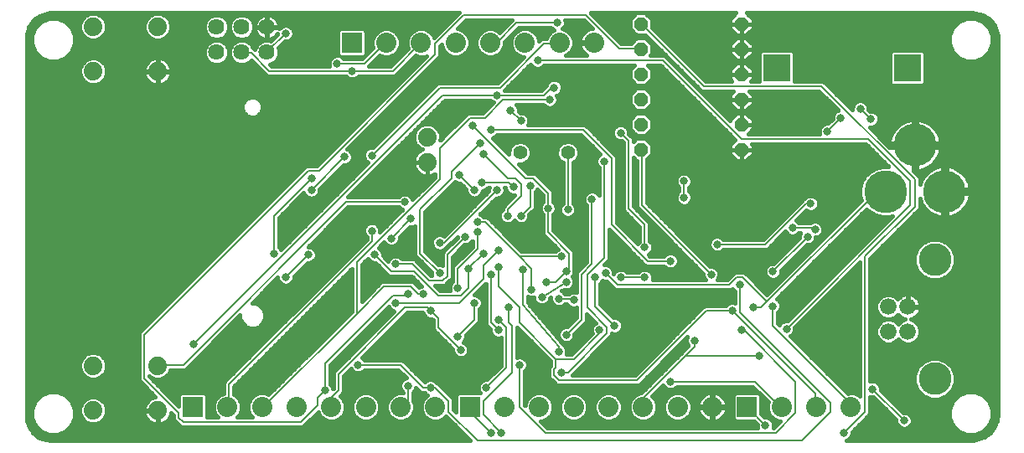
<source format=gbl>
G75*
%MOIN*%
%OFA0B0*%
%FSLAX24Y24*%
%IPPOS*%
%LPD*%
%AMOC8*
5,1,8,0,0,1.08239X$1,22.5*
%
%ADD10C,0.0560*%
%ADD11R,0.1095X0.1095*%
%ADD12R,0.0800X0.0800*%
%ADD13C,0.0800*%
%ADD14OC8,0.0560*%
%ADD15C,0.0640*%
%ADD16C,0.0740*%
%ADD17C,0.1700*%
%ADD18C,0.0660*%
%ADD19C,0.1300*%
%ADD20C,0.0080*%
%ADD21C,0.0320*%
%ADD22C,0.0160*%
%ADD23OC8,0.0320*%
D10*
X020250Y012055D03*
X022150Y012055D03*
D11*
X030455Y015430D03*
X035655Y015430D03*
D12*
X013555Y016430D03*
X018254Y001930D03*
X029277Y001930D03*
X007230Y001930D03*
D13*
X008608Y001930D03*
X009986Y001930D03*
X011364Y001930D03*
X012742Y001930D03*
X014120Y001930D03*
X015498Y001930D03*
X016876Y001930D03*
X019632Y001930D03*
X021010Y001930D03*
X022387Y001930D03*
X023765Y001930D03*
X025143Y001930D03*
X026521Y001930D03*
X027899Y001930D03*
X030655Y001930D03*
X032033Y001930D03*
X033411Y001930D03*
X023201Y016430D03*
X021823Y016430D03*
X020445Y016430D03*
X019067Y016430D03*
X017689Y016430D03*
X016311Y016430D03*
X014933Y016430D03*
D14*
X025055Y016180D03*
X025055Y015180D03*
X025055Y014180D03*
X025055Y013180D03*
X025055Y012180D03*
X029055Y012180D03*
X029055Y013180D03*
X029055Y014180D03*
X029055Y015180D03*
X029055Y016180D03*
X029055Y017180D03*
X025055Y017180D03*
D15*
X010180Y017055D03*
X009180Y017055D03*
X008180Y017055D03*
X008180Y016055D03*
X009180Y016055D03*
X010180Y016055D03*
D16*
X005835Y015290D03*
X003275Y015290D03*
X003275Y017070D03*
X005835Y017070D03*
X016555Y012680D03*
X016555Y011680D03*
X005835Y003570D03*
X003275Y003570D03*
X003275Y001790D03*
X005835Y001790D03*
D17*
X034781Y010505D03*
X037143Y010505D03*
X035962Y012355D03*
D18*
X035680Y005922D03*
X034900Y005922D03*
X034900Y004938D03*
X035680Y004938D03*
D19*
X036750Y003060D03*
X036750Y007800D03*
D20*
X035950Y009910D02*
X033970Y007930D01*
X033970Y001750D01*
X033130Y000910D01*
X032590Y001750D02*
X031450Y000610D01*
X018550Y000610D01*
X017410Y001750D01*
X017410Y002170D01*
X016870Y002710D01*
X016690Y002710D01*
X016390Y002710D01*
X015490Y003610D01*
X013810Y003610D01*
X013030Y003250D02*
X013030Y002590D01*
X012730Y002290D01*
X012730Y001930D01*
X012742Y001930D01*
X012190Y001990D02*
X012190Y002290D01*
X012490Y002590D01*
X012490Y003670D01*
X015190Y006370D01*
X015730Y006370D01*
X015790Y006430D01*
X015910Y006730D02*
X014830Y006730D01*
X013750Y005650D01*
X013750Y007690D01*
X017050Y010990D01*
X017050Y012250D01*
X018250Y013450D01*
X018850Y013450D01*
X019570Y014170D01*
X021430Y014170D01*
X021190Y014350D02*
X021490Y014650D01*
X021610Y014650D01*
X021190Y014350D02*
X019330Y014350D01*
X017170Y014350D01*
X007270Y004450D01*
X006850Y003610D02*
X005890Y003610D01*
X005835Y003570D01*
X006850Y003610D02*
X013330Y010090D01*
X015670Y010090D01*
X016270Y009790D02*
X017530Y011050D01*
X017530Y011290D01*
X017520Y011280D01*
X017530Y011290D02*
X018670Y012430D01*
X018790Y012010D02*
X019750Y011050D01*
X020050Y011050D01*
X020290Y010810D01*
X020290Y010330D01*
X019750Y009790D01*
X019750Y009550D01*
X020290Y009550D02*
X020650Y009910D01*
X020650Y010750D01*
X019990Y010690D02*
X019810Y010870D01*
X018730Y010870D01*
X018430Y010570D02*
X017830Y011170D01*
X019330Y010570D02*
X017230Y008470D01*
X017050Y008470D01*
X016270Y008050D02*
X016270Y009790D01*
X015910Y009430D02*
X015130Y008650D01*
X014350Y008530D02*
X014350Y008950D01*
X014350Y008530D02*
X008650Y002830D01*
X008650Y001930D01*
X008608Y001930D01*
X009986Y001930D02*
X010030Y001930D01*
X013750Y005650D01*
X015310Y006070D02*
X017830Y006070D01*
X018790Y007030D01*
X018790Y007570D01*
X019390Y008170D01*
X018790Y008050D02*
X018195Y007455D01*
X018195Y007445D01*
X018195Y006675D01*
X017890Y006370D01*
X016990Y006370D01*
X016030Y007330D01*
X015130Y007330D01*
X014470Y007990D01*
X015310Y007630D02*
X015970Y007630D01*
X016630Y006970D01*
X017170Y006970D01*
X017350Y007150D01*
X017350Y007990D01*
X018070Y008710D01*
X018550Y008890D02*
X018550Y008230D01*
X017770Y007450D01*
X017770Y006670D01*
X018430Y006070D02*
X018430Y005410D01*
X017770Y004750D01*
X017890Y004210D02*
X016990Y005110D01*
X016990Y005470D01*
X016690Y005770D01*
X016570Y005890D01*
X015670Y005890D01*
X013030Y003250D01*
X012190Y001990D02*
X011530Y001330D01*
X006850Y001330D01*
X006670Y001510D01*
X006670Y001690D01*
X005290Y003070D01*
X005290Y004810D01*
X011830Y011350D01*
X012250Y011350D01*
X016870Y015970D01*
X016870Y016390D01*
X018010Y017530D01*
X022870Y017530D01*
X024190Y016210D01*
X025030Y016210D01*
X025055Y016180D01*
X025930Y015730D02*
X029050Y012610D01*
X034090Y012610D01*
X035770Y010930D01*
X035770Y009970D01*
X030850Y005050D01*
X030310Y005170D02*
X033370Y002110D01*
X033370Y001930D01*
X033411Y001930D01*
X032590Y001750D02*
X032590Y002110D01*
X028990Y005710D01*
X028990Y006790D01*
X029110Y007090D02*
X028870Y007090D01*
X028570Y006790D01*
X024130Y006790D01*
X023650Y007270D01*
X023230Y007090D02*
X023230Y005950D01*
X024010Y005170D01*
X023710Y005110D02*
X023710Y004870D01*
X022150Y003310D01*
X021910Y003310D01*
X021670Y003490D02*
X021610Y003430D01*
X021610Y003190D01*
X021790Y003010D01*
X024910Y003010D01*
X027670Y005770D01*
X028690Y005770D01*
X031990Y002470D01*
X031990Y001930D01*
X032033Y001930D01*
X031210Y001690D02*
X030430Y000910D01*
X021250Y000910D01*
X020230Y001930D01*
X020230Y003610D01*
X019930Y003310D02*
X019930Y005170D01*
X019810Y005290D01*
X019810Y005890D01*
X020230Y005890D02*
X020230Y005290D01*
X021670Y003850D01*
X021670Y003490D01*
X021670Y003850D02*
X022390Y003850D01*
X023410Y004870D01*
X023410Y004990D01*
X023710Y005110D02*
X022930Y005890D01*
X022930Y007210D01*
X023590Y007870D01*
X023590Y011710D01*
X023890Y011830D02*
X022750Y012970D01*
X019090Y012970D01*
X018370Y013150D02*
X020470Y011050D01*
X020770Y011050D01*
X021370Y010450D01*
X021370Y009850D01*
X021370Y008890D01*
X022210Y008050D01*
X022210Y007450D01*
X022090Y007330D01*
X021670Y006910D01*
X021310Y006910D01*
X021115Y006310D02*
X022090Y006910D01*
X022690Y007210D02*
X022690Y005410D01*
X022090Y004810D01*
X021790Y004320D02*
X021790Y004150D01*
X021790Y004320D02*
X020350Y006010D01*
X020350Y007390D01*
X020710Y007450D02*
X020230Y007930D01*
X021910Y007930D01*
X022690Y007210D02*
X023110Y007630D01*
X023110Y010210D01*
X022150Y009790D02*
X022150Y012055D01*
X023890Y011830D02*
X023890Y009190D01*
X025330Y007750D01*
X026230Y007750D01*
X025210Y008290D02*
X025210Y009190D01*
X024550Y009850D01*
X024550Y012550D01*
X024250Y012850D01*
X025055Y012180D02*
X025090Y012130D01*
X025090Y009970D01*
X027850Y007210D01*
X027610Y007030D02*
X027579Y007029D01*
X029110Y007090D02*
X030070Y006130D01*
X029830Y005890D01*
X029530Y005890D01*
X030070Y006130D02*
X034390Y010450D01*
X034750Y010450D01*
X034781Y010505D01*
X035950Y010990D02*
X035950Y009910D01*
X035950Y010990D02*
X032230Y014710D01*
X027550Y014710D01*
X025090Y017170D01*
X025055Y017180D01*
X025930Y015730D02*
X020950Y015730D01*
X021190Y016390D02*
X019450Y014650D01*
X017050Y014650D01*
X014350Y011950D01*
X013270Y011890D02*
X011950Y010570D01*
X011950Y011050D02*
X010450Y009550D01*
X010450Y008050D01*
X010930Y007090D02*
X011830Y007990D01*
X015910Y006730D02*
X016210Y006430D01*
X016390Y006430D01*
X017050Y007270D02*
X016270Y008050D01*
X018550Y009310D02*
X018850Y009310D01*
X020230Y007930D01*
X019390Y007510D02*
X019390Y006730D01*
X020230Y005890D01*
X019690Y005110D02*
X019390Y005410D01*
X019090Y005290D02*
X019390Y004990D01*
X019690Y005110D02*
X019690Y003490D01*
X018910Y002710D01*
X018790Y002170D02*
X018790Y001630D01*
X019510Y000910D01*
X019090Y000910D02*
X018310Y001690D01*
X018310Y001930D01*
X018254Y001930D01*
X018790Y002170D02*
X019930Y003310D01*
X015790Y002770D02*
X015790Y002170D01*
X015550Y001930D01*
X015498Y001930D01*
X019090Y005290D02*
X019090Y007210D01*
X020710Y007450D02*
X020710Y006610D01*
X021790Y006250D02*
X022330Y006250D01*
X022390Y006190D01*
X024250Y007090D02*
X025210Y007090D01*
X028090Y008410D02*
X030010Y008410D01*
X031630Y010030D01*
X031810Y010030D01*
X031930Y009070D02*
X031090Y009070D01*
X031690Y008710D02*
X030310Y007330D01*
X030310Y005950D02*
X030310Y005170D01*
X029170Y004990D02*
X031210Y002950D01*
X031210Y001690D01*
X030655Y001930D02*
X030610Y001930D01*
X029590Y002950D01*
X026230Y002950D01*
X026830Y003970D02*
X025150Y002290D01*
X025150Y001930D01*
X025143Y001930D01*
X029277Y001930D02*
X029290Y001930D01*
X030010Y001210D01*
X034270Y002650D02*
X035530Y001390D01*
X029770Y003970D02*
X026830Y003970D01*
X027190Y004330D01*
X027190Y004570D01*
X029050Y004990D02*
X029170Y004990D01*
X031990Y009010D02*
X031930Y009070D01*
X026770Y010270D02*
X026770Y010930D01*
X032470Y012910D02*
X033010Y013450D01*
X033790Y013810D02*
X034210Y013390D01*
X021823Y016430D02*
X021790Y016390D01*
X021190Y016390D01*
X021730Y017230D02*
X020110Y017230D01*
X019330Y016450D01*
X019090Y016450D01*
X019067Y016430D01*
X016311Y016430D02*
X016270Y016390D01*
X015190Y015310D01*
X013570Y015310D01*
X010270Y015310D01*
X009550Y016030D01*
X009190Y016030D01*
X009180Y016055D01*
X010180Y016055D02*
X010210Y016090D01*
X010930Y016810D01*
X012970Y015610D02*
X014050Y015610D01*
X014890Y016450D01*
X014933Y016430D01*
X019870Y013750D02*
X020290Y013330D01*
X015805Y011180D02*
X014620Y011180D01*
X014005Y010565D01*
X002830Y016810D02*
X002812Y016803D01*
D21*
X010930Y016810D03*
X012970Y015610D03*
X013570Y015310D03*
X018370Y013150D03*
X019090Y012970D03*
X018670Y012430D03*
X018790Y012010D03*
X017830Y011170D03*
X018730Y010870D03*
X018430Y010570D03*
X019330Y010570D03*
X019990Y010690D03*
X020650Y010750D03*
X021370Y009850D03*
X022150Y009790D03*
X023110Y010210D03*
X020290Y009550D03*
X019750Y009550D03*
X018550Y009310D03*
X018550Y008890D03*
X018070Y008710D03*
X018790Y008050D03*
X019390Y008170D03*
X019390Y007510D03*
X019090Y007210D03*
X018195Y007445D03*
X017050Y007270D03*
X017770Y006670D03*
X018430Y006070D03*
X019810Y005890D03*
X019390Y005410D03*
X019390Y004990D03*
X017770Y004750D03*
X017890Y004210D03*
X020230Y003610D03*
X021790Y004150D03*
X022090Y004810D03*
X023410Y004990D03*
X024010Y005170D03*
X022390Y006190D03*
X021790Y006250D03*
X021115Y006310D03*
X020710Y006610D03*
X021310Y006910D03*
X022090Y006910D03*
X022090Y007330D03*
X021910Y007930D03*
X020350Y007390D03*
X023230Y007090D03*
X023650Y007270D03*
X024250Y007090D03*
X025210Y007090D03*
X026230Y007750D03*
X025210Y008290D03*
X027850Y007210D03*
X028990Y006790D03*
X030310Y007330D03*
X028090Y008410D03*
X031090Y009070D03*
X031690Y008710D03*
X031990Y009010D03*
X031810Y010030D03*
X026770Y010270D03*
X026770Y010930D03*
X023590Y011710D03*
X024250Y012850D03*
X021430Y014170D03*
X021610Y014650D03*
X019870Y013750D03*
X020290Y013330D03*
X019330Y014350D03*
X020950Y015730D03*
X021730Y017230D03*
X032470Y012910D03*
X033010Y013450D03*
X033790Y013810D03*
X034210Y013390D03*
X030310Y005950D03*
X029530Y005890D03*
X028690Y005770D03*
X029050Y004990D03*
X030850Y005050D03*
X029770Y003970D03*
X027190Y004570D03*
X026230Y002950D03*
X030010Y001210D03*
X033130Y000910D03*
X035530Y001390D03*
X034270Y002650D03*
X021910Y003310D03*
X018910Y002710D03*
X016690Y002710D03*
X015790Y002770D03*
X013810Y003610D03*
X012490Y002590D03*
X007270Y004450D03*
X010930Y007090D03*
X011830Y007990D03*
X010450Y008050D03*
X014350Y008950D03*
X015130Y008650D03*
X014470Y007990D03*
X015310Y007630D03*
X017050Y008470D03*
X015910Y009430D03*
X015670Y010090D03*
X011950Y010570D03*
X011950Y011050D03*
X013270Y011890D03*
X014350Y011950D03*
X015790Y006430D03*
X015310Y006070D03*
X016390Y006430D03*
X016690Y005770D03*
X019090Y000910D03*
X019510Y000910D03*
D22*
X001128Y000713D02*
X000890Y000886D01*
X000717Y001124D01*
X000626Y001404D01*
X000614Y001551D01*
X000614Y016654D01*
X000626Y016805D01*
X000719Y017093D01*
X000897Y017337D01*
X001142Y017515D01*
X001429Y017608D01*
X001580Y017620D01*
X017817Y017620D01*
X016832Y016635D01*
X016786Y016747D01*
X016628Y016905D01*
X016422Y016990D01*
X016200Y016990D01*
X015994Y016905D01*
X015836Y016747D01*
X015751Y016541D01*
X015751Y016319D01*
X015799Y016202D01*
X015107Y015510D01*
X014233Y015510D01*
X014660Y015937D01*
X014822Y015870D01*
X015044Y015870D01*
X015250Y015955D01*
X015408Y016113D01*
X015493Y016319D01*
X015493Y016541D01*
X015408Y016747D01*
X015250Y016905D01*
X015044Y016990D01*
X014822Y016990D01*
X014616Y016905D01*
X014458Y016747D01*
X014373Y016541D01*
X014373Y016319D01*
X014403Y016246D01*
X013967Y015810D01*
X013223Y015810D01*
X013163Y015870D01*
X014021Y015870D01*
X014115Y015964D01*
X014115Y016896D01*
X014021Y016990D01*
X013089Y016990D01*
X012995Y016896D01*
X012995Y015964D01*
X013029Y015930D01*
X012906Y015930D01*
X012789Y015881D01*
X012699Y015791D01*
X012650Y015674D01*
X012650Y015546D01*
X012665Y015510D01*
X010353Y015510D01*
X010284Y015579D01*
X010452Y015648D01*
X010587Y015783D01*
X010660Y015960D01*
X010660Y016150D01*
X010629Y016226D01*
X010893Y016490D01*
X010994Y016490D01*
X011111Y016539D01*
X011201Y016629D01*
X011250Y016746D01*
X011250Y016874D01*
X011201Y016991D01*
X011111Y017081D01*
X010994Y017130D01*
X010866Y017130D01*
X010749Y017081D01*
X010679Y017012D01*
X010680Y017016D01*
X010680Y017046D01*
X010189Y017046D01*
X010189Y017064D01*
X010171Y017064D01*
X010171Y017555D01*
X010141Y017555D01*
X010063Y017543D01*
X009988Y017518D01*
X009918Y017483D01*
X009854Y017436D01*
X009799Y017381D01*
X009752Y017317D01*
X009717Y017247D01*
X009692Y017172D01*
X009680Y017094D01*
X009680Y017064D01*
X010171Y017064D01*
X010171Y017046D01*
X010189Y017046D01*
X010189Y016555D01*
X010219Y016555D01*
X010297Y016567D01*
X010372Y016592D01*
X010442Y016627D01*
X010506Y016674D01*
X010561Y016729D01*
X010608Y016793D01*
X010610Y016798D01*
X010610Y016773D01*
X010344Y016507D01*
X010275Y016535D01*
X010085Y016535D01*
X009908Y016462D01*
X009773Y016327D01*
X009704Y016159D01*
X009633Y016230D01*
X009627Y016230D01*
X009587Y016327D01*
X009452Y016462D01*
X009275Y016535D01*
X009085Y016535D01*
X008908Y016462D01*
X008773Y016327D01*
X008700Y016150D01*
X008700Y015960D01*
X008773Y015783D01*
X008908Y015648D01*
X009085Y015575D01*
X009275Y015575D01*
X009452Y015648D01*
X009550Y015747D01*
X010070Y015227D01*
X010187Y015110D01*
X013317Y015110D01*
X013389Y015039D01*
X013506Y014990D01*
X013634Y014990D01*
X013751Y015039D01*
X013823Y015110D01*
X015273Y015110D01*
X016082Y015919D01*
X016200Y015870D01*
X016422Y015870D01*
X016533Y015916D01*
X012167Y011550D01*
X011747Y011550D01*
X005207Y005010D01*
X005090Y004893D01*
X005090Y002987D01*
X005745Y002333D01*
X005706Y002326D01*
X005624Y002300D01*
X005547Y002260D01*
X005477Y002210D01*
X005415Y002148D01*
X005365Y002078D01*
X005325Y002001D01*
X005299Y001919D01*
X005285Y001833D01*
X005285Y001810D01*
X005815Y001810D01*
X005815Y001770D01*
X005855Y001770D01*
X005855Y001240D01*
X005878Y001240D01*
X005964Y001254D01*
X006046Y001280D01*
X006123Y001320D01*
X006193Y001370D01*
X006255Y001432D01*
X006305Y001502D01*
X006345Y001579D01*
X006371Y001661D01*
X006378Y001700D01*
X006470Y001607D01*
X006470Y001427D01*
X006650Y001247D01*
X006767Y001130D01*
X011613Y001130D01*
X012217Y001734D01*
X012267Y001613D01*
X012425Y001455D01*
X012630Y001370D01*
X012853Y001370D01*
X013059Y001455D01*
X013217Y001613D01*
X013302Y001819D01*
X013302Y002041D01*
X013217Y002247D01*
X013093Y002370D01*
X013230Y002507D01*
X013230Y003167D01*
X013525Y003462D01*
X013539Y003429D01*
X013629Y003339D01*
X013746Y003290D01*
X013874Y003290D01*
X013991Y003339D01*
X014063Y003410D01*
X015407Y003410D01*
X015727Y003090D01*
X015726Y003090D01*
X015609Y003041D01*
X015519Y002951D01*
X015470Y002834D01*
X015470Y002706D01*
X015519Y002589D01*
X015590Y002517D01*
X015590Y002490D01*
X015386Y002490D01*
X015181Y002405D01*
X015023Y002247D01*
X014938Y002041D01*
X014938Y001819D01*
X015023Y001613D01*
X015181Y001455D01*
X015386Y001370D01*
X015609Y001370D01*
X015815Y001455D01*
X015972Y001613D01*
X016058Y001819D01*
X016058Y002041D01*
X015990Y002205D01*
X015990Y002517D01*
X016061Y002589D01*
X016110Y002706D01*
X016110Y002707D01*
X016307Y002510D01*
X016437Y002510D01*
X016509Y002439D01*
X016575Y002411D01*
X016558Y002405D01*
X016401Y002247D01*
X016316Y002041D01*
X016316Y001819D01*
X016401Y001613D01*
X016558Y001455D01*
X016764Y001370D01*
X016987Y001370D01*
X017193Y001455D01*
X017307Y001570D01*
X018267Y000610D01*
X001555Y000610D01*
X001408Y000622D01*
X001128Y000713D01*
X001080Y000747D02*
X018130Y000747D01*
X017972Y000906D02*
X002031Y000906D01*
X002161Y000959D02*
X001849Y000830D01*
X001630Y000830D01*
X001511Y000830D01*
X001199Y000959D01*
X001199Y000959D01*
X001199Y000959D01*
X000959Y001199D01*
X000959Y001199D01*
X000830Y001511D01*
X000830Y001849D01*
X000959Y002161D01*
X001199Y002401D01*
X001199Y002401D01*
X001511Y002530D01*
X001849Y002530D01*
X002161Y002401D01*
X002161Y002401D01*
X002401Y002161D01*
X002401Y002161D01*
X002530Y001849D01*
X002530Y001511D01*
X002401Y001199D01*
X002401Y001199D01*
X002161Y000959D01*
X002161Y000959D01*
X002266Y001064D02*
X017813Y001064D01*
X017655Y001223D02*
X011705Y001223D01*
X011864Y001381D02*
X012604Y001381D01*
X012880Y001381D02*
X013982Y001381D01*
X014008Y001370D02*
X014231Y001370D01*
X014437Y001455D01*
X014595Y001613D01*
X014680Y001819D01*
X014680Y002041D01*
X014595Y002247D01*
X014437Y002405D01*
X014231Y002490D01*
X014008Y002490D01*
X013803Y002405D01*
X013645Y002247D01*
X013560Y002041D01*
X013560Y001819D01*
X013645Y001613D01*
X013803Y001455D01*
X014008Y001370D01*
X014258Y001381D02*
X015360Y001381D01*
X015636Y001381D02*
X016738Y001381D01*
X017014Y001381D02*
X017496Y001381D01*
X017338Y001540D02*
X017277Y001540D01*
X017610Y001833D02*
X017694Y001749D01*
X017694Y002396D01*
X017787Y002490D01*
X018677Y002490D01*
X018639Y002529D01*
X018590Y002646D01*
X018590Y002774D01*
X018639Y002891D01*
X018729Y002981D01*
X018846Y003030D01*
X018947Y003030D01*
X019490Y003573D01*
X019490Y004685D01*
X019454Y004670D01*
X019326Y004670D01*
X019209Y004719D01*
X019119Y004809D01*
X019070Y004926D01*
X019070Y005027D01*
X019007Y005090D01*
X019007Y005090D01*
X018890Y005207D01*
X018890Y006847D01*
X018873Y006830D01*
X018433Y006390D01*
X018494Y006390D01*
X018611Y006341D01*
X018701Y006251D01*
X018750Y006134D01*
X018750Y006006D01*
X018701Y005889D01*
X018630Y005817D01*
X018630Y005327D01*
X018090Y004787D01*
X018090Y004686D01*
X018041Y004569D01*
X017988Y004516D01*
X018071Y004481D01*
X018161Y004391D01*
X018210Y004274D01*
X018210Y004146D01*
X018161Y004029D01*
X018071Y003939D01*
X017954Y003890D01*
X017826Y003890D01*
X017709Y003939D01*
X017619Y004029D01*
X017570Y004146D01*
X017570Y004247D01*
X016907Y004910D01*
X016907Y004910D01*
X016790Y005027D01*
X016790Y005387D01*
X016727Y005450D01*
X016626Y005450D01*
X016509Y005499D01*
X016419Y005589D01*
X016377Y005690D01*
X015753Y005690D01*
X013958Y003895D01*
X013991Y003881D01*
X014063Y003810D01*
X015573Y003810D01*
X015690Y003693D01*
X016455Y002928D01*
X016509Y002981D01*
X016626Y003030D01*
X016754Y003030D01*
X016871Y002981D01*
X016943Y002910D01*
X016953Y002910D01*
X017070Y002793D01*
X017070Y002793D01*
X017610Y002253D01*
X017610Y001833D01*
X017610Y001857D02*
X017694Y001857D01*
X017694Y002015D02*
X017610Y002015D01*
X017610Y002174D02*
X017694Y002174D01*
X017694Y002332D02*
X017531Y002332D01*
X017372Y002491D02*
X018677Y002491D01*
X018590Y002649D02*
X017214Y002649D01*
X017055Y002808D02*
X018604Y002808D01*
X018713Y002966D02*
X016887Y002966D01*
X016493Y002966D02*
X016417Y002966D01*
X016258Y003125D02*
X019042Y003125D01*
X019200Y003283D02*
X016100Y003283D01*
X015941Y003442D02*
X019359Y003442D01*
X019490Y003600D02*
X015783Y003600D01*
X015624Y003759D02*
X019490Y003759D01*
X019490Y003917D02*
X018019Y003917D01*
X018181Y004076D02*
X019490Y004076D01*
X019490Y004234D02*
X018210Y004234D01*
X018160Y004393D02*
X019490Y004393D01*
X019490Y004551D02*
X018024Y004551D01*
X018090Y004710D02*
X019231Y004710D01*
X019094Y004868D02*
X018171Y004868D01*
X018329Y005027D02*
X019070Y005027D01*
X018912Y005185D02*
X018488Y005185D01*
X018630Y005344D02*
X018890Y005344D01*
X018890Y005502D02*
X018630Y005502D01*
X018630Y005661D02*
X018890Y005661D01*
X018890Y005819D02*
X018632Y005819D01*
X018738Y005978D02*
X018890Y005978D01*
X018890Y006136D02*
X018749Y006136D01*
X018658Y006295D02*
X018890Y006295D01*
X018890Y006453D02*
X018496Y006453D01*
X018654Y006612D02*
X018890Y006612D01*
X018890Y006770D02*
X018813Y006770D01*
X017570Y006923D02*
X017499Y006851D01*
X017450Y006734D01*
X017450Y006606D01*
X017465Y006570D01*
X017073Y006570D01*
X016873Y006770D01*
X017253Y006770D01*
X017465Y006770D01*
X017370Y006887D02*
X017550Y007067D01*
X017550Y007907D01*
X018033Y008390D01*
X018134Y008390D01*
X018251Y008439D01*
X018341Y008529D01*
X018350Y008550D01*
X018350Y008313D01*
X017570Y007533D01*
X017570Y006923D01*
X017570Y006929D02*
X017411Y006929D01*
X017370Y006887D02*
X017253Y006770D01*
X017450Y006612D02*
X017031Y006612D01*
X016327Y006750D02*
X016326Y006750D01*
X016218Y006705D01*
X015993Y006930D01*
X014747Y006930D01*
X013950Y006133D01*
X013950Y007607D01*
X014185Y007842D01*
X014199Y007809D01*
X014289Y007719D01*
X014406Y007670D01*
X014507Y007670D01*
X014930Y007247D01*
X015047Y007130D01*
X015947Y007130D01*
X016327Y006750D01*
X016307Y006770D02*
X016153Y006770D01*
X016149Y006929D02*
X015994Y006929D01*
X015990Y007087D02*
X013950Y007087D01*
X013950Y006929D02*
X014746Y006929D01*
X014587Y006770D02*
X013950Y006770D01*
X013950Y006612D02*
X014429Y006612D01*
X014270Y006453D02*
X013950Y006453D01*
X013950Y006295D02*
X014112Y006295D01*
X013953Y006136D02*
X013950Y006136D01*
X013550Y006136D02*
X012239Y006136D01*
X012397Y006295D02*
X013550Y006295D01*
X013550Y006453D02*
X012556Y006453D01*
X012714Y006612D02*
X013550Y006612D01*
X013550Y006770D02*
X012873Y006770D01*
X013031Y006929D02*
X013550Y006929D01*
X013550Y007087D02*
X013190Y007087D01*
X013348Y007246D02*
X013550Y007246D01*
X013550Y007404D02*
X013507Y007404D01*
X013550Y007447D02*
X013550Y005733D01*
X010246Y002429D01*
X010097Y002490D01*
X009875Y002490D01*
X009669Y002405D01*
X009511Y002247D01*
X009426Y002041D01*
X009426Y001819D01*
X009511Y001613D01*
X009594Y001530D01*
X009000Y001530D01*
X009083Y001613D01*
X009168Y001819D01*
X009168Y002041D01*
X009083Y002247D01*
X008925Y002405D01*
X008850Y002436D01*
X008850Y002747D01*
X013550Y007447D01*
X013950Y007404D02*
X014773Y007404D01*
X014615Y007563D02*
X013950Y007563D01*
X014064Y007721D02*
X014286Y007721D01*
X014790Y007953D02*
X014790Y008054D01*
X014741Y008171D01*
X014651Y008261D01*
X014618Y008275D01*
X014845Y008502D01*
X014859Y008469D01*
X014949Y008379D01*
X015066Y008330D01*
X015194Y008330D01*
X015311Y008379D01*
X015401Y008469D01*
X015450Y008586D01*
X015450Y008687D01*
X015873Y009110D01*
X015974Y009110D01*
X016070Y009150D01*
X016070Y007967D01*
X016187Y007850D01*
X016730Y007307D01*
X016730Y007206D01*
X016745Y007170D01*
X016713Y007170D01*
X016170Y007713D01*
X016053Y007830D01*
X015563Y007830D01*
X015491Y007901D01*
X015374Y007950D01*
X015246Y007950D01*
X015129Y007901D01*
X015039Y007811D01*
X015007Y007736D01*
X014790Y007953D01*
X014790Y008038D02*
X016070Y008038D01*
X016070Y008197D02*
X014716Y008197D01*
X014698Y008355D02*
X015006Y008355D01*
X015254Y008355D02*
X016070Y008355D01*
X016070Y008514D02*
X015420Y008514D01*
X015450Y008672D02*
X016070Y008672D01*
X016070Y008831D02*
X015593Y008831D01*
X015752Y008989D02*
X016070Y008989D01*
X016064Y009148D02*
X016070Y009148D01*
X016470Y009148D02*
X017625Y009148D01*
X017783Y009306D02*
X016470Y009306D01*
X016470Y009465D02*
X017942Y009465D01*
X018100Y009623D02*
X016470Y009623D01*
X016470Y009707D02*
X017613Y010850D01*
X017658Y010895D01*
X017766Y010850D01*
X017867Y010850D01*
X018110Y010607D01*
X018110Y010506D01*
X018159Y010389D01*
X018249Y010299D01*
X018366Y010250D01*
X018494Y010250D01*
X018611Y010299D01*
X018701Y010389D01*
X018750Y010506D01*
X018750Y010550D01*
X018794Y010550D01*
X018911Y010599D01*
X018983Y010670D01*
X019025Y010670D01*
X019010Y010634D01*
X019010Y010533D01*
X017222Y008745D01*
X017114Y008790D01*
X016986Y008790D01*
X016869Y008741D01*
X016779Y008651D01*
X016730Y008534D01*
X016730Y008406D01*
X016779Y008289D01*
X016869Y008199D01*
X016986Y008150D01*
X017114Y008150D01*
X017231Y008199D01*
X017303Y008270D01*
X017313Y008270D01*
X017750Y008707D01*
X017750Y008673D01*
X017267Y008190D01*
X017150Y008073D01*
X017150Y007575D01*
X017114Y007590D01*
X017013Y007590D01*
X016470Y008133D01*
X016470Y009707D01*
X016544Y009782D02*
X018259Y009782D01*
X018417Y009940D02*
X016703Y009940D01*
X016861Y010099D02*
X018576Y010099D01*
X018511Y010257D02*
X018734Y010257D01*
X018712Y010416D02*
X018893Y010416D01*
X018852Y010574D02*
X019010Y010574D01*
X019293Y010250D02*
X019394Y010250D01*
X019511Y010299D01*
X019601Y010389D01*
X019650Y010506D01*
X019650Y010634D01*
X019635Y010670D01*
X019670Y010670D01*
X019670Y010626D01*
X019719Y010509D01*
X019809Y010419D01*
X019926Y010370D01*
X020047Y010370D01*
X019667Y009990D01*
X019550Y009873D01*
X019550Y009803D01*
X019479Y009731D01*
X019430Y009614D01*
X019430Y009486D01*
X019479Y009369D01*
X019569Y009279D01*
X019686Y009230D01*
X019814Y009230D01*
X019931Y009279D01*
X020020Y009367D01*
X020109Y009279D01*
X020226Y009230D01*
X020354Y009230D01*
X020471Y009279D01*
X020561Y009369D01*
X020610Y009486D01*
X020610Y009587D01*
X020850Y009827D01*
X020850Y010497D01*
X020921Y010569D01*
X020935Y010602D01*
X021170Y010367D01*
X021170Y010103D01*
X021099Y010031D01*
X021050Y009914D01*
X021050Y009786D01*
X021099Y009669D01*
X021170Y009597D01*
X021170Y008807D01*
X021762Y008215D01*
X021729Y008201D01*
X021657Y008130D01*
X020313Y008130D01*
X019050Y009393D01*
X018933Y009510D01*
X018803Y009510D01*
X018731Y009581D01*
X018656Y009613D01*
X019293Y010250D01*
X019411Y010257D02*
X019934Y010257D01*
X019816Y010416D02*
X019612Y010416D01*
X019650Y010574D02*
X019692Y010574D01*
X019776Y010099D02*
X019141Y010099D01*
X018983Y009940D02*
X019617Y009940D01*
X019529Y009782D02*
X018824Y009782D01*
X018666Y009623D02*
X019434Y009623D01*
X019439Y009465D02*
X018978Y009465D01*
X019137Y009306D02*
X019541Y009306D01*
X019295Y009148D02*
X021170Y009148D01*
X021170Y009306D02*
X020499Y009306D01*
X020601Y009465D02*
X021170Y009465D01*
X021144Y009623D02*
X020646Y009623D01*
X020804Y009782D02*
X021052Y009782D01*
X021061Y009940D02*
X020850Y009940D01*
X020850Y010099D02*
X021166Y010099D01*
X021170Y010257D02*
X020850Y010257D01*
X020850Y010416D02*
X021122Y010416D01*
X020963Y010574D02*
X020923Y010574D01*
X021370Y010733D02*
X021950Y010733D01*
X021950Y010891D02*
X021212Y010891D01*
X021053Y011050D02*
X021950Y011050D01*
X021950Y011208D02*
X020895Y011208D01*
X020853Y011250D02*
X020553Y011250D01*
X020188Y011615D01*
X020338Y011615D01*
X020499Y011682D01*
X020623Y011806D01*
X020690Y011967D01*
X020690Y012143D01*
X020623Y012304D01*
X020499Y012428D01*
X020338Y012495D01*
X020162Y012495D01*
X020001Y012428D01*
X019877Y012304D01*
X019810Y012143D01*
X019810Y011993D01*
X019153Y012650D01*
X019154Y012650D01*
X019271Y012699D01*
X019343Y012770D01*
X022667Y012770D01*
X023442Y011995D01*
X023409Y011981D01*
X023319Y011891D01*
X023270Y011774D01*
X023270Y011646D01*
X023319Y011529D01*
X023390Y011457D01*
X023390Y010370D01*
X023381Y010391D01*
X023291Y010481D01*
X023174Y010530D01*
X023046Y010530D01*
X022929Y010481D01*
X022839Y010391D01*
X022790Y010274D01*
X022790Y010146D01*
X022839Y010029D01*
X022910Y009957D01*
X022910Y007713D01*
X022607Y007410D01*
X022490Y007293D01*
X022490Y006495D01*
X022454Y006510D01*
X022326Y006510D01*
X022209Y006461D01*
X022197Y006450D01*
X022043Y006450D01*
X021971Y006521D01*
X021893Y006554D01*
X021982Y006609D01*
X022026Y006590D01*
X022154Y006590D01*
X022271Y006639D01*
X022361Y006729D01*
X022410Y006846D01*
X022410Y006974D01*
X022361Y007091D01*
X022333Y007120D01*
X022361Y007149D01*
X022410Y007266D01*
X022410Y008133D01*
X022293Y008250D01*
X021570Y008973D01*
X021570Y009597D01*
X021641Y009669D01*
X021690Y009786D01*
X021690Y009914D01*
X021641Y010031D01*
X021570Y010103D01*
X021570Y010533D01*
X021453Y010650D01*
X020853Y011250D01*
X020436Y011367D02*
X021950Y011367D01*
X021950Y011525D02*
X020278Y011525D01*
X020501Y011684D02*
X021899Y011684D01*
X021901Y011682D02*
X021950Y011662D01*
X021950Y010043D01*
X021879Y009971D01*
X021830Y009854D01*
X021830Y009726D01*
X021879Y009609D01*
X021969Y009519D01*
X022086Y009470D01*
X022214Y009470D01*
X022331Y009519D01*
X022421Y009609D01*
X022470Y009726D01*
X022470Y009854D01*
X022421Y009971D01*
X022350Y010043D01*
X022350Y011662D01*
X022399Y011682D01*
X022523Y011806D01*
X022590Y011967D01*
X022590Y012143D01*
X022523Y012304D01*
X022399Y012428D01*
X022238Y012495D01*
X022062Y012495D01*
X021901Y012428D01*
X021777Y012304D01*
X021710Y012143D01*
X021710Y011967D01*
X021777Y011806D01*
X021901Y011682D01*
X021762Y011842D02*
X020638Y011842D01*
X020690Y012001D02*
X021710Y012001D01*
X021717Y012159D02*
X020683Y012159D01*
X020610Y012318D02*
X021790Y012318D01*
X022017Y012476D02*
X020383Y012476D01*
X020117Y012476D02*
X019327Y012476D01*
X019485Y012318D02*
X019890Y012318D01*
X019817Y012159D02*
X019644Y012159D01*
X019802Y012001D02*
X019810Y012001D01*
X019168Y012635D02*
X022803Y012635D01*
X022961Y012476D02*
X022283Y012476D01*
X022510Y012318D02*
X023120Y012318D01*
X023278Y012159D02*
X022583Y012159D01*
X022590Y012001D02*
X023437Y012001D01*
X023298Y011842D02*
X022538Y011842D01*
X022401Y011684D02*
X023270Y011684D01*
X023322Y011525D02*
X022350Y011525D01*
X022350Y011367D02*
X023390Y011367D01*
X023390Y011208D02*
X022350Y011208D01*
X022350Y011050D02*
X023390Y011050D01*
X023390Y010891D02*
X022350Y010891D01*
X022350Y010733D02*
X023390Y010733D01*
X023390Y010574D02*
X022350Y010574D01*
X022350Y010416D02*
X022863Y010416D01*
X022790Y010257D02*
X022350Y010257D01*
X022350Y010099D02*
X022810Y010099D01*
X022910Y009940D02*
X022434Y009940D01*
X022470Y009782D02*
X022910Y009782D01*
X022910Y009623D02*
X022427Y009623D01*
X022910Y009465D02*
X021570Y009465D01*
X021570Y009306D02*
X022910Y009306D01*
X022910Y009148D02*
X021570Y009148D01*
X021570Y008989D02*
X022910Y008989D01*
X022910Y008831D02*
X021712Y008831D01*
X021871Y008672D02*
X022910Y008672D01*
X022910Y008514D02*
X022029Y008514D01*
X022188Y008355D02*
X022910Y008355D01*
X022910Y008197D02*
X022346Y008197D01*
X022410Y008038D02*
X022910Y008038D01*
X022910Y007880D02*
X022410Y007880D01*
X022410Y007721D02*
X022910Y007721D01*
X022760Y007563D02*
X022410Y007563D01*
X022410Y007404D02*
X022601Y007404D01*
X022490Y007246D02*
X022401Y007246D01*
X022363Y007087D02*
X022490Y007087D01*
X022490Y006929D02*
X022410Y006929D01*
X022378Y006770D02*
X022490Y006770D01*
X022490Y006612D02*
X022206Y006612D01*
X022200Y006453D02*
X022040Y006453D01*
X022043Y006050D02*
X022102Y006050D01*
X022119Y006009D01*
X022209Y005919D01*
X022326Y005870D01*
X022454Y005870D01*
X022490Y005885D01*
X022490Y005493D01*
X022127Y005130D01*
X022026Y005130D01*
X021909Y005081D01*
X021819Y004991D01*
X021770Y004874D01*
X021770Y004746D01*
X021819Y004629D01*
X021909Y004539D01*
X022026Y004490D01*
X022154Y004490D01*
X022271Y004539D01*
X022361Y004629D01*
X022410Y004746D01*
X022410Y004847D01*
X022890Y005327D01*
X022890Y005647D01*
X023262Y005275D01*
X023229Y005261D01*
X023139Y005171D01*
X023090Y005054D01*
X023090Y004926D01*
X023117Y004860D01*
X022307Y004050D01*
X022095Y004050D01*
X022110Y004086D01*
X022110Y004214D01*
X022061Y004331D01*
X021990Y004403D01*
X021937Y004456D01*
X020550Y006084D01*
X020550Y006330D01*
X020646Y006290D01*
X020774Y006290D01*
X020795Y006299D01*
X020795Y006246D01*
X020844Y006129D01*
X020934Y006039D01*
X021051Y005990D01*
X021179Y005990D01*
X021296Y006039D01*
X021386Y006129D01*
X021435Y006246D01*
X021435Y006272D01*
X021470Y006294D01*
X021470Y006186D01*
X021519Y006069D01*
X021609Y005979D01*
X021726Y005930D01*
X021854Y005930D01*
X021971Y005979D01*
X022043Y006050D01*
X021968Y005978D02*
X022150Y005978D01*
X022490Y005819D02*
X020775Y005819D01*
X020640Y005978D02*
X021612Y005978D01*
X021491Y006136D02*
X021389Y006136D01*
X020841Y006136D02*
X020550Y006136D01*
X020550Y006295D02*
X020635Y006295D01*
X020785Y006295D02*
X020795Y006295D01*
X020911Y005661D02*
X022490Y005661D01*
X022490Y005502D02*
X021046Y005502D01*
X021181Y005344D02*
X022341Y005344D01*
X022182Y005185D02*
X021316Y005185D01*
X021451Y005027D02*
X021854Y005027D01*
X021770Y004868D02*
X021586Y004868D01*
X021721Y004710D02*
X021785Y004710D01*
X021856Y004551D02*
X021896Y004551D01*
X021990Y004403D02*
X021990Y004403D01*
X022000Y004393D02*
X022650Y004393D01*
X022808Y004551D02*
X022284Y004551D01*
X022395Y004710D02*
X022967Y004710D01*
X023114Y004868D02*
X022431Y004868D01*
X022589Y005027D02*
X023090Y005027D01*
X023152Y005185D02*
X022748Y005185D01*
X022890Y005344D02*
X023194Y005344D01*
X023035Y005502D02*
X022890Y005502D01*
X023430Y006033D02*
X023973Y005490D01*
X024074Y005490D01*
X024191Y005441D01*
X024281Y005351D01*
X024330Y005234D01*
X024330Y005106D01*
X024281Y004989D01*
X024191Y004899D01*
X024074Y004850D01*
X023946Y004850D01*
X023910Y004865D01*
X023910Y004787D01*
X022350Y003227D01*
X022333Y003210D01*
X024827Y003210D01*
X027470Y005853D01*
X027587Y005970D01*
X028437Y005970D01*
X028509Y006041D01*
X028626Y006090D01*
X028754Y006090D01*
X028790Y006075D01*
X028790Y006537D01*
X028719Y006609D01*
X028705Y006642D01*
X028653Y006590D01*
X024047Y006590D01*
X023930Y006707D01*
X023687Y006950D01*
X023586Y006950D01*
X023528Y006974D01*
X023501Y006909D01*
X023430Y006837D01*
X023430Y006033D01*
X023485Y005978D02*
X028445Y005978D01*
X028790Y006136D02*
X023430Y006136D01*
X023430Y006295D02*
X028790Y006295D01*
X028790Y006453D02*
X023430Y006453D01*
X023430Y006612D02*
X024026Y006612D01*
X023867Y006770D02*
X023430Y006770D01*
X023509Y006929D02*
X023709Y006929D01*
X023970Y007250D02*
X023970Y007334D01*
X023921Y007451D01*
X023831Y007541D01*
X023714Y007590D01*
X023593Y007590D01*
X023790Y007787D01*
X023790Y009007D01*
X023807Y008990D01*
X025247Y007550D01*
X025977Y007550D01*
X026049Y007479D01*
X026166Y007430D01*
X026294Y007430D01*
X026411Y007479D01*
X026501Y007569D01*
X026550Y007686D01*
X026550Y007814D01*
X026501Y007931D01*
X026411Y008021D01*
X026294Y008070D01*
X026166Y008070D01*
X026049Y008021D01*
X025977Y007950D01*
X025413Y007950D01*
X025358Y008005D01*
X025391Y008019D01*
X025481Y008109D01*
X025530Y008226D01*
X025530Y008354D01*
X025481Y008471D01*
X025410Y008543D01*
X025410Y009273D01*
X024750Y009933D01*
X024750Y011863D01*
X024873Y011740D01*
X024890Y011740D01*
X024890Y009887D01*
X027530Y007247D01*
X027530Y007146D01*
X027579Y007029D01*
X027617Y006990D01*
X025515Y006990D01*
X025530Y007026D01*
X025530Y007154D01*
X025481Y007271D01*
X025391Y007361D01*
X025274Y007410D01*
X025146Y007410D01*
X025029Y007361D01*
X024957Y007290D01*
X024503Y007290D01*
X024431Y007361D01*
X024314Y007410D01*
X024186Y007410D01*
X024069Y007361D01*
X023979Y007271D01*
X023970Y007250D01*
X023941Y007404D02*
X024172Y007404D01*
X024328Y007404D02*
X025132Y007404D01*
X025288Y007404D02*
X027373Y007404D01*
X027530Y007246D02*
X025492Y007246D01*
X025530Y007087D02*
X027555Y007087D01*
X028083Y006990D02*
X028121Y007029D01*
X028170Y007146D01*
X028170Y007274D01*
X028121Y007391D01*
X028031Y007481D01*
X027914Y007530D01*
X027813Y007530D01*
X025290Y010053D01*
X025290Y011793D01*
X025495Y011998D01*
X025495Y012362D01*
X025237Y012620D01*
X024873Y012620D01*
X024750Y012497D01*
X024750Y012633D01*
X024570Y012813D01*
X024570Y012914D01*
X024521Y013031D01*
X024431Y013121D01*
X024314Y013170D01*
X024186Y013170D01*
X024069Y013121D01*
X023979Y013031D01*
X023930Y012914D01*
X023930Y012786D01*
X023979Y012669D01*
X024069Y012579D01*
X024186Y012530D01*
X024287Y012530D01*
X024350Y012467D01*
X024350Y009767D01*
X024467Y009650D01*
X025010Y009107D01*
X025010Y008543D01*
X024939Y008471D01*
X024925Y008438D01*
X024090Y009273D01*
X024090Y011913D01*
X022950Y013053D01*
X022833Y013170D01*
X020570Y013170D01*
X020610Y013266D01*
X020610Y013394D01*
X020561Y013511D01*
X020471Y013601D01*
X020354Y013650D01*
X020253Y013650D01*
X020190Y013713D01*
X020190Y013814D01*
X020141Y013931D01*
X020103Y013970D01*
X021177Y013970D01*
X021249Y013899D01*
X021366Y013850D01*
X021494Y013850D01*
X021611Y013899D01*
X021701Y013989D01*
X021750Y014106D01*
X021750Y014234D01*
X021705Y014343D01*
X021791Y014379D01*
X021881Y014469D01*
X021930Y014586D01*
X021930Y014714D01*
X021881Y014831D01*
X021791Y014921D01*
X021674Y014970D01*
X021546Y014970D01*
X021429Y014921D01*
X021339Y014831D01*
X021304Y014746D01*
X021290Y014733D01*
X021107Y014550D01*
X019633Y014550D01*
X019650Y014567D01*
X020665Y015582D01*
X020679Y015549D01*
X020769Y015459D01*
X020886Y015410D01*
X021014Y015410D01*
X021131Y015459D01*
X021203Y015530D01*
X024783Y015530D01*
X024615Y015362D01*
X024615Y014998D01*
X024873Y014740D01*
X025237Y014740D01*
X025495Y014998D01*
X025495Y015362D01*
X025327Y015530D01*
X025847Y015530D01*
X028801Y012576D01*
X028595Y012371D01*
X028595Y012180D01*
X029055Y012180D01*
X029515Y012180D01*
X029515Y012371D01*
X029476Y012410D01*
X034007Y012410D01*
X034902Y011515D01*
X034648Y011515D01*
X034391Y011446D01*
X034161Y011313D01*
X033972Y011125D01*
X033839Y010895D01*
X033771Y010638D01*
X033771Y010372D01*
X033825Y010168D01*
X030070Y006413D01*
X029193Y007290D01*
X028787Y007290D01*
X028670Y007173D01*
X028487Y006990D01*
X028083Y006990D01*
X028145Y007087D02*
X028584Y007087D01*
X028743Y007246D02*
X028170Y007246D01*
X028109Y007404D02*
X029994Y007404D01*
X029990Y007394D02*
X029990Y007266D01*
X030039Y007149D01*
X030129Y007059D01*
X030246Y007010D01*
X030374Y007010D01*
X030491Y007059D01*
X030581Y007149D01*
X030630Y007266D01*
X030630Y007367D01*
X031653Y008390D01*
X031754Y008390D01*
X031871Y008439D01*
X031961Y008529D01*
X032010Y008646D01*
X032010Y008690D01*
X032054Y008690D01*
X032171Y008739D01*
X032261Y008829D01*
X032310Y008946D01*
X032310Y009074D01*
X032261Y009191D01*
X032171Y009281D01*
X032054Y009330D01*
X031926Y009330D01*
X031809Y009281D01*
X031797Y009270D01*
X031343Y009270D01*
X031271Y009341D01*
X031238Y009355D01*
X031638Y009755D01*
X031746Y009710D01*
X031874Y009710D01*
X031991Y009759D01*
X032081Y009849D01*
X032130Y009966D01*
X032130Y010094D01*
X032081Y010211D01*
X031991Y010301D01*
X031874Y010350D01*
X031746Y010350D01*
X031629Y010301D01*
X031557Y010230D01*
X031547Y010230D01*
X031430Y010113D01*
X029927Y008610D01*
X028343Y008610D01*
X028271Y008681D01*
X028154Y008730D01*
X028026Y008730D01*
X027909Y008681D01*
X027819Y008591D01*
X027770Y008474D01*
X027770Y008346D01*
X027819Y008229D01*
X027909Y008139D01*
X028026Y008090D01*
X028154Y008090D01*
X028271Y008139D01*
X028343Y008210D01*
X029927Y008210D01*
X030093Y008210D01*
X030805Y008922D01*
X030819Y008889D01*
X030909Y008799D01*
X031026Y008750D01*
X031154Y008750D01*
X031271Y008799D01*
X031343Y008870D01*
X031410Y008870D01*
X031370Y008774D01*
X031370Y008673D01*
X030347Y007650D01*
X030246Y007650D01*
X030129Y007601D01*
X030039Y007511D01*
X029990Y007394D01*
X029999Y007246D02*
X029237Y007246D01*
X029396Y007087D02*
X030100Y007087D01*
X030520Y007087D02*
X030744Y007087D01*
X030621Y007246D02*
X030903Y007246D01*
X031061Y007404D02*
X030667Y007404D01*
X030825Y007563D02*
X031220Y007563D01*
X031378Y007721D02*
X030984Y007721D01*
X031142Y007880D02*
X031537Y007880D01*
X031695Y008038D02*
X031301Y008038D01*
X031459Y008197D02*
X031854Y008197D01*
X032012Y008355D02*
X031618Y008355D01*
X031946Y008514D02*
X032171Y008514D01*
X032329Y008672D02*
X032010Y008672D01*
X032262Y008831D02*
X032488Y008831D01*
X032646Y008989D02*
X032310Y008989D01*
X032279Y009148D02*
X032805Y009148D01*
X032963Y009306D02*
X032112Y009306D01*
X031868Y009306D02*
X031307Y009306D01*
X031347Y009465D02*
X033122Y009465D01*
X033280Y009623D02*
X031506Y009623D01*
X031099Y009782D02*
X025561Y009782D01*
X025403Y009940D02*
X031257Y009940D01*
X031416Y010099D02*
X027045Y010099D01*
X027041Y010089D02*
X027090Y010206D01*
X027090Y010334D01*
X027041Y010451D01*
X026970Y010523D01*
X026970Y010677D01*
X027041Y010749D01*
X027090Y010866D01*
X027090Y010994D01*
X027041Y011111D01*
X026951Y011201D01*
X026834Y011250D01*
X026706Y011250D01*
X026589Y011201D01*
X026499Y011111D01*
X026450Y010994D01*
X026450Y010866D01*
X026499Y010749D01*
X026570Y010677D01*
X026570Y010523D01*
X026499Y010451D01*
X026450Y010334D01*
X026450Y010206D01*
X026499Y010089D01*
X026589Y009999D01*
X026706Y009950D01*
X026834Y009950D01*
X026951Y009999D01*
X027041Y010089D01*
X027090Y010257D02*
X031584Y010257D01*
X032036Y010257D02*
X033801Y010257D01*
X033771Y010416D02*
X027056Y010416D01*
X026970Y010574D02*
X033771Y010574D01*
X033796Y010733D02*
X027025Y010733D01*
X027090Y010891D02*
X033838Y010891D01*
X033929Y011050D02*
X027067Y011050D01*
X026935Y011208D02*
X034055Y011208D01*
X034253Y011367D02*
X025290Y011367D01*
X025290Y011525D02*
X034892Y011525D01*
X034734Y011684D02*
X025290Y011684D01*
X025339Y011842D02*
X028742Y011842D01*
X028864Y011720D02*
X029055Y011720D01*
X029246Y011720D01*
X029515Y011989D01*
X029515Y012180D01*
X029055Y012180D01*
X029055Y012180D01*
X029055Y011720D01*
X029055Y012180D01*
X029055Y012180D01*
X029055Y012180D01*
X028595Y012180D01*
X028595Y011989D01*
X028864Y011720D01*
X029055Y011842D02*
X029055Y011842D01*
X029055Y012001D02*
X029055Y012001D01*
X029055Y012159D02*
X029055Y012159D01*
X029515Y012159D02*
X034258Y012159D01*
X034100Y012318D02*
X029515Y012318D01*
X029515Y012001D02*
X034417Y012001D01*
X034575Y011842D02*
X029368Y011842D01*
X028595Y012001D02*
X025495Y012001D01*
X025495Y012159D02*
X028595Y012159D01*
X028595Y012318D02*
X025495Y012318D01*
X025381Y012476D02*
X028700Y012476D01*
X028743Y012635D02*
X024748Y012635D01*
X024873Y012740D02*
X025237Y012740D01*
X025495Y012998D01*
X025495Y013362D01*
X025237Y013620D01*
X024873Y013620D01*
X024615Y013362D01*
X024615Y012998D01*
X024873Y012740D01*
X024820Y012793D02*
X024590Y012793D01*
X024554Y012952D02*
X024661Y012952D01*
X024615Y013110D02*
X024443Y013110D01*
X024615Y013269D02*
X020610Y013269D01*
X020596Y013427D02*
X024680Y013427D01*
X024838Y013586D02*
X020487Y013586D01*
X020190Y013744D02*
X024869Y013744D01*
X024873Y013740D02*
X025237Y013740D01*
X025495Y013998D01*
X025495Y014362D01*
X025237Y014620D01*
X024873Y014620D01*
X024615Y014362D01*
X024615Y013998D01*
X024873Y013740D01*
X024710Y013903D02*
X021615Y013903D01*
X021731Y014061D02*
X024615Y014061D01*
X024615Y014220D02*
X021750Y014220D01*
X021790Y014378D02*
X024631Y014378D01*
X024789Y014537D02*
X021909Y014537D01*
X021930Y014695D02*
X026682Y014695D01*
X026524Y014854D02*
X025351Y014854D01*
X025495Y015012D02*
X026365Y015012D01*
X026207Y015171D02*
X025495Y015171D01*
X025495Y015329D02*
X026048Y015329D01*
X025890Y015488D02*
X025370Y015488D01*
X024740Y015488D02*
X021160Y015488D01*
X020740Y015488D02*
X020570Y015488D01*
X020412Y015329D02*
X024615Y015329D01*
X024615Y015171D02*
X020253Y015171D01*
X020095Y015012D02*
X024615Y015012D01*
X024759Y014854D02*
X021859Y014854D01*
X021361Y014854D02*
X019936Y014854D01*
X019778Y014695D02*
X021252Y014695D01*
X021245Y013903D02*
X020153Y013903D01*
X019182Y014065D02*
X018767Y013650D01*
X018167Y013650D01*
X017080Y012563D01*
X017085Y012575D01*
X017085Y012785D01*
X017004Y012980D01*
X016855Y013129D01*
X016660Y013210D01*
X016450Y013210D01*
X016255Y013129D01*
X016106Y012980D01*
X016025Y012785D01*
X016025Y012575D01*
X016106Y012380D01*
X016255Y012231D01*
X016349Y012191D01*
X016344Y012190D01*
X016267Y012150D01*
X016197Y012100D01*
X016135Y012038D01*
X016085Y011968D01*
X016045Y011891D01*
X016019Y011809D01*
X016005Y011723D01*
X016005Y011680D01*
X016555Y011680D01*
X016555Y011680D01*
X016555Y011130D01*
X016598Y011130D01*
X016684Y011144D01*
X016766Y011170D01*
X016843Y011210D01*
X016850Y011214D01*
X016850Y011073D01*
X015973Y010196D01*
X015941Y010271D01*
X015851Y010361D01*
X015734Y010410D01*
X015606Y010410D01*
X015489Y010361D01*
X015417Y010290D01*
X013393Y010290D01*
X017253Y014150D01*
X019077Y014150D01*
X019149Y014079D01*
X019182Y014065D01*
X019178Y014061D02*
X017164Y014061D01*
X017005Y013903D02*
X019020Y013903D01*
X018861Y013744D02*
X016847Y013744D01*
X016688Y013586D02*
X018103Y013586D01*
X017944Y013427D02*
X016530Y013427D01*
X016371Y013269D02*
X017786Y013269D01*
X017627Y013110D02*
X016875Y013110D01*
X017016Y012952D02*
X017469Y012952D01*
X017310Y012793D02*
X017082Y012793D01*
X017085Y012635D02*
X017152Y012635D01*
X016284Y012159D02*
X015262Y012159D01*
X015420Y012318D02*
X016168Y012318D01*
X016066Y012476D02*
X015579Y012476D01*
X015737Y012635D02*
X016025Y012635D01*
X016028Y012793D02*
X015896Y012793D01*
X016054Y012952D02*
X016094Y012952D01*
X016213Y013110D02*
X016235Y013110D01*
X015544Y013427D02*
X014610Y013427D01*
X014768Y013586D02*
X015703Y013586D01*
X015861Y013744D02*
X014927Y013744D01*
X015085Y013903D02*
X016020Y013903D01*
X016178Y014061D02*
X015244Y014061D01*
X015402Y014220D02*
X016337Y014220D01*
X016495Y014378D02*
X015561Y014378D01*
X015719Y014537D02*
X016654Y014537D01*
X016812Y014695D02*
X015878Y014695D01*
X016036Y014854D02*
X019371Y014854D01*
X019367Y014850D02*
X016967Y014850D01*
X014387Y012270D01*
X014286Y012270D01*
X014169Y012221D01*
X014079Y012131D01*
X014030Y012014D01*
X014030Y011886D01*
X014079Y011769D01*
X014169Y011679D01*
X014202Y011665D01*
X010735Y008198D01*
X010721Y008231D01*
X010650Y008303D01*
X010650Y009467D01*
X011647Y010464D01*
X011679Y010389D01*
X011769Y010299D01*
X011886Y010250D01*
X012014Y010250D01*
X012131Y010299D01*
X012221Y010389D01*
X012270Y010506D01*
X012270Y010607D01*
X013233Y011570D01*
X013334Y011570D01*
X013451Y011619D01*
X013541Y011709D01*
X013590Y011826D01*
X013590Y011954D01*
X013541Y012071D01*
X013451Y012161D01*
X013376Y012193D01*
X017070Y015887D01*
X017070Y016307D01*
X017129Y016366D01*
X017129Y016319D01*
X017214Y016113D01*
X017372Y015955D01*
X017577Y015870D01*
X017800Y015870D01*
X018006Y015955D01*
X018164Y016113D01*
X018249Y016319D01*
X018249Y016541D01*
X018164Y016747D01*
X018006Y016905D01*
X017800Y016990D01*
X017753Y016990D01*
X018093Y017330D01*
X019927Y017330D01*
X019910Y017313D01*
X019443Y016846D01*
X019384Y016905D01*
X019178Y016990D01*
X018955Y016990D01*
X018750Y016905D01*
X018592Y016747D01*
X018507Y016541D01*
X018507Y016319D01*
X018592Y016113D01*
X018750Y015955D01*
X018955Y015870D01*
X019178Y015870D01*
X019384Y015955D01*
X019542Y016113D01*
X019627Y016319D01*
X019627Y016464D01*
X020193Y017030D01*
X021477Y017030D01*
X021549Y016959D01*
X021592Y016941D01*
X021506Y016905D01*
X021348Y016747D01*
X021283Y016590D01*
X021107Y016590D01*
X021005Y016488D01*
X021005Y016541D01*
X020920Y016747D01*
X020762Y016905D01*
X020556Y016990D01*
X020333Y016990D01*
X020128Y016905D01*
X019970Y016747D01*
X019885Y016541D01*
X019885Y016319D01*
X019970Y016113D01*
X020128Y015955D01*
X020333Y015870D01*
X020387Y015870D01*
X019367Y014850D01*
X019529Y015012D02*
X016195Y015012D01*
X016353Y015171D02*
X019688Y015171D01*
X019846Y015329D02*
X016512Y015329D01*
X016670Y015488D02*
X020005Y015488D01*
X020163Y015646D02*
X016829Y015646D01*
X016987Y015805D02*
X020322Y015805D01*
X020120Y015963D02*
X019392Y015963D01*
X019545Y016122D02*
X019966Y016122D01*
X019901Y016280D02*
X019611Y016280D01*
X019627Y016439D02*
X019885Y016439D01*
X019908Y016597D02*
X019760Y016597D01*
X019918Y016756D02*
X019978Y016756D01*
X020077Y016914D02*
X020150Y016914D01*
X019670Y017073D02*
X017835Y017073D01*
X017984Y016914D02*
X018772Y016914D01*
X018600Y016756D02*
X018155Y016756D01*
X018226Y016597D02*
X018530Y016597D01*
X018507Y016439D02*
X018249Y016439D01*
X018233Y016280D02*
X018523Y016280D01*
X018588Y016122D02*
X018167Y016122D01*
X018014Y015963D02*
X018742Y015963D01*
X017364Y015963D02*
X017070Y015963D01*
X017070Y016122D02*
X017210Y016122D01*
X017145Y016280D02*
X017070Y016280D01*
X016953Y016756D02*
X016777Y016756D01*
X016606Y016914D02*
X017111Y016914D01*
X017270Y017073D02*
X011120Y017073D01*
X011233Y016914D02*
X013013Y016914D01*
X012995Y016756D02*
X011250Y016756D01*
X011170Y016597D02*
X012995Y016597D01*
X012995Y016439D02*
X010841Y016439D01*
X010683Y016280D02*
X012995Y016280D01*
X012995Y016122D02*
X010660Y016122D01*
X010660Y015963D02*
X012996Y015963D01*
X012712Y015805D02*
X010596Y015805D01*
X010447Y015646D02*
X012650Y015646D01*
X013453Y015012D02*
X006311Y015012D01*
X006305Y015002D02*
X006345Y015079D01*
X006371Y015161D01*
X006385Y015247D01*
X006385Y015270D01*
X005855Y015270D01*
X005855Y015310D01*
X006385Y015310D01*
X006385Y015333D01*
X006371Y015419D01*
X006345Y015501D01*
X006305Y015578D01*
X006255Y015648D01*
X006193Y015710D01*
X006123Y015760D01*
X006046Y015800D01*
X005964Y015826D01*
X005878Y015840D01*
X005855Y015840D01*
X005855Y015310D01*
X005815Y015310D01*
X005815Y015840D01*
X005792Y015840D01*
X005706Y015826D01*
X005624Y015800D01*
X005547Y015760D01*
X005477Y015710D01*
X005415Y015648D01*
X005365Y015578D01*
X005325Y015501D01*
X005299Y015419D01*
X005285Y015333D01*
X005285Y015310D01*
X005815Y015310D01*
X005815Y015270D01*
X005855Y015270D01*
X005855Y014740D01*
X005878Y014740D01*
X005964Y014754D01*
X006046Y014780D01*
X006123Y014820D01*
X006193Y014870D01*
X006255Y014932D01*
X006305Y015002D01*
X006373Y015171D02*
X010127Y015171D01*
X009968Y015329D02*
X006385Y015329D01*
X006349Y015488D02*
X009810Y015488D01*
X009651Y015646D02*
X009447Y015646D01*
X008913Y015646D02*
X008447Y015646D01*
X008452Y015648D02*
X008587Y015783D01*
X008660Y015960D01*
X008660Y016150D01*
X008587Y016327D01*
X008452Y016462D01*
X008275Y016535D01*
X008085Y016535D01*
X007908Y016462D01*
X007773Y016327D01*
X007700Y016150D01*
X007700Y015960D01*
X007773Y015783D01*
X007908Y015648D01*
X008085Y015575D01*
X008275Y015575D01*
X008452Y015648D01*
X008596Y015805D02*
X008764Y015805D01*
X008700Y015963D02*
X008660Y015963D01*
X008660Y016122D02*
X008700Y016122D01*
X008754Y016280D02*
X008606Y016280D01*
X008475Y016439D02*
X008885Y016439D01*
X008908Y016648D02*
X009085Y016575D01*
X009275Y016575D01*
X009452Y016648D01*
X009587Y016783D01*
X009660Y016960D01*
X009660Y017150D01*
X009587Y017327D01*
X009452Y017462D01*
X009275Y017535D01*
X009085Y017535D01*
X008908Y017462D01*
X008773Y017327D01*
X008700Y017150D01*
X008700Y016960D01*
X008773Y016783D01*
X008908Y016648D01*
X009031Y016597D02*
X008329Y016597D01*
X008275Y016575D02*
X008452Y016648D01*
X008587Y016783D01*
X008660Y016960D01*
X008660Y017150D01*
X008587Y017327D01*
X008452Y017462D01*
X008275Y017535D01*
X008085Y017535D01*
X007908Y017462D01*
X007773Y017327D01*
X007700Y017150D01*
X007700Y016960D01*
X007773Y016783D01*
X007908Y016648D01*
X008085Y016575D01*
X008275Y016575D01*
X008031Y016597D02*
X006078Y016597D01*
X006135Y016621D02*
X005940Y016540D01*
X005730Y016540D01*
X005535Y016621D01*
X005386Y016770D01*
X005305Y016965D01*
X005305Y017175D01*
X005386Y017370D01*
X005535Y017519D01*
X005730Y017600D01*
X005940Y017600D01*
X006135Y017519D01*
X006284Y017370D01*
X006365Y017175D01*
X006365Y016965D01*
X006284Y016770D01*
X006135Y016621D01*
X006270Y016756D02*
X007801Y016756D01*
X007719Y016914D02*
X006344Y016914D01*
X006365Y017073D02*
X007700Y017073D01*
X007733Y017231D02*
X006342Y017231D01*
X006265Y017390D02*
X007836Y017390D01*
X008524Y017390D02*
X008836Y017390D01*
X008733Y017231D02*
X008627Y017231D01*
X008660Y017073D02*
X008700Y017073D01*
X008719Y016914D02*
X008641Y016914D01*
X008559Y016756D02*
X008801Y016756D01*
X009329Y016597D02*
X009977Y016597D01*
X009988Y016592D02*
X009918Y016627D01*
X009854Y016674D01*
X009799Y016729D01*
X009752Y016793D01*
X009717Y016863D01*
X009692Y016938D01*
X009680Y017016D01*
X009680Y017046D01*
X010171Y017046D01*
X010171Y016555D01*
X010141Y016555D01*
X010063Y016567D01*
X009988Y016592D01*
X010171Y016597D02*
X010189Y016597D01*
X010189Y016756D02*
X010171Y016756D01*
X010171Y016914D02*
X010189Y016914D01*
X010189Y017064D02*
X010680Y017064D01*
X010680Y017094D01*
X010668Y017172D01*
X010643Y017247D01*
X010608Y017317D01*
X010561Y017381D01*
X010506Y017436D01*
X010442Y017483D01*
X010372Y017518D01*
X010297Y017543D01*
X010219Y017555D01*
X010189Y017555D01*
X010189Y017064D01*
X010189Y017073D02*
X010171Y017073D01*
X010171Y017231D02*
X010189Y017231D01*
X010189Y017390D02*
X010171Y017390D01*
X010171Y017548D02*
X010189Y017548D01*
X010263Y017548D02*
X017745Y017548D01*
X017587Y017390D02*
X010553Y017390D01*
X010649Y017231D02*
X017428Y017231D01*
X017994Y017231D02*
X019828Y017231D01*
X019511Y016914D02*
X019362Y016914D01*
X020740Y016914D02*
X021528Y016914D01*
X021356Y016756D02*
X020911Y016756D01*
X020982Y016597D02*
X021286Y016597D01*
X021940Y016988D02*
X022001Y017049D01*
X022050Y017166D01*
X022050Y017294D01*
X022035Y017330D01*
X022787Y017330D01*
X023114Y017003D01*
X023065Y016996D01*
X022978Y016968D01*
X022897Y016926D01*
X022823Y016872D01*
X022758Y016808D01*
X022705Y016734D01*
X022663Y016653D01*
X022635Y016566D01*
X022621Y016476D01*
X022621Y016468D01*
X023163Y016468D01*
X023163Y016392D01*
X022621Y016392D01*
X022621Y016384D01*
X022635Y016294D01*
X022663Y016207D01*
X022705Y016126D01*
X022758Y016052D01*
X022823Y015988D01*
X022897Y015934D01*
X022904Y015930D01*
X022079Y015930D01*
X022140Y015955D01*
X022297Y016113D01*
X022383Y016319D01*
X022383Y016541D01*
X022297Y016747D01*
X022140Y016905D01*
X021940Y016988D01*
X022011Y017073D02*
X023045Y017073D01*
X022886Y017231D02*
X022050Y017231D01*
X022118Y016914D02*
X022880Y016914D01*
X022720Y016756D02*
X022289Y016756D01*
X022360Y016597D02*
X022645Y016597D01*
X022383Y016439D02*
X023163Y016439D01*
X022640Y016280D02*
X022367Y016280D01*
X022301Y016122D02*
X022708Y016122D01*
X022857Y015963D02*
X022148Y015963D01*
X023927Y016756D02*
X024857Y016756D01*
X024873Y016740D02*
X025237Y016740D01*
X027467Y014510D01*
X028734Y014510D01*
X028595Y014371D01*
X028595Y014180D01*
X029055Y014180D01*
X029515Y014180D01*
X029515Y014371D01*
X029376Y014510D01*
X032147Y014510D01*
X032904Y013753D01*
X032829Y013721D01*
X032739Y013631D01*
X032690Y013514D01*
X032690Y013413D01*
X032507Y013230D01*
X032406Y013230D01*
X032289Y013181D01*
X032199Y013091D01*
X032150Y012974D01*
X032150Y012846D01*
X032165Y012810D01*
X029336Y012810D01*
X029515Y012989D01*
X029515Y013180D01*
X029515Y013371D01*
X029246Y013640D01*
X029055Y013640D01*
X029055Y013180D01*
X029515Y013180D01*
X029055Y013180D01*
X029055Y013180D01*
X029055Y013180D01*
X029055Y013640D01*
X028864Y013640D01*
X028595Y013371D01*
X028595Y013348D01*
X026013Y015930D01*
X025427Y015930D01*
X025495Y015998D01*
X025495Y016362D01*
X025237Y016620D01*
X024873Y016620D01*
X024663Y016410D01*
X024273Y016410D01*
X023070Y017613D01*
X023063Y017620D01*
X028845Y017620D01*
X028595Y017371D01*
X028595Y017180D01*
X029055Y017180D01*
X029515Y017180D01*
X029515Y017371D01*
X029265Y017620D01*
X038132Y017620D01*
X038136Y017616D01*
X038206Y017620D01*
X038221Y017620D01*
X038366Y017616D01*
X038664Y017537D01*
X038924Y017369D01*
X039119Y017129D01*
X039230Y016840D01*
X039250Y016688D01*
X039250Y001605D01*
X039238Y001450D01*
X039142Y001153D01*
X038959Y000901D01*
X038707Y000718D01*
X038410Y000622D01*
X038255Y000610D01*
X033242Y000610D01*
X033311Y000639D01*
X033401Y000729D01*
X033450Y000846D01*
X033450Y000947D01*
X034053Y001550D01*
X034170Y001667D01*
X034170Y002345D01*
X034206Y002330D01*
X034307Y002330D01*
X035210Y001427D01*
X035210Y001326D01*
X035259Y001209D01*
X035349Y001119D01*
X035466Y001070D01*
X035594Y001070D01*
X035711Y001119D01*
X035801Y001209D01*
X035850Y001326D01*
X035850Y001454D01*
X035801Y001571D01*
X035711Y001661D01*
X035594Y001710D01*
X035493Y001710D01*
X034590Y002613D01*
X034590Y002714D01*
X034541Y002831D01*
X034451Y002921D01*
X034334Y002970D01*
X034206Y002970D01*
X034170Y002955D01*
X034170Y007847D01*
X036033Y009710D01*
X036150Y009827D01*
X036150Y010226D01*
X036152Y010219D01*
X036190Y010110D01*
X036240Y010006D01*
X036302Y009908D01*
X036374Y009818D01*
X036455Y009736D01*
X036546Y009664D01*
X036644Y009602D01*
X036748Y009552D01*
X036857Y009514D01*
X036970Y009488D01*
X037063Y009477D01*
X037063Y010425D01*
X037223Y010425D01*
X037223Y010585D01*
X038170Y010585D01*
X038160Y010678D01*
X038134Y010791D01*
X038096Y010900D01*
X038046Y011004D01*
X037984Y011102D01*
X037912Y011192D01*
X037830Y011274D01*
X037740Y011346D01*
X037642Y011408D01*
X037538Y011458D01*
X037428Y011496D01*
X037316Y011522D01*
X037223Y011533D01*
X037223Y010585D01*
X037063Y010585D01*
X037063Y011533D01*
X036970Y011522D01*
X036857Y011496D01*
X036748Y011458D01*
X036644Y011408D01*
X036546Y011346D01*
X036455Y011274D01*
X036374Y011192D01*
X036302Y011102D01*
X036240Y011004D01*
X036190Y010900D01*
X036152Y010791D01*
X036150Y010784D01*
X036150Y011073D01*
X036033Y011190D01*
X036033Y011190D01*
X035882Y011341D01*
X035882Y012275D01*
X036042Y012275D01*
X036042Y011328D01*
X036135Y011338D01*
X036247Y011364D01*
X036357Y011402D01*
X036461Y011452D01*
X036559Y011514D01*
X036649Y011586D01*
X036731Y011668D01*
X036803Y011758D01*
X036865Y011856D01*
X036915Y011961D01*
X036953Y012070D01*
X036979Y012183D01*
X036989Y012275D01*
X036042Y012275D01*
X036042Y012435D01*
X036989Y012435D01*
X036979Y012528D01*
X036953Y012641D01*
X036915Y012750D01*
X036865Y012854D01*
X036803Y012952D01*
X036731Y013043D01*
X036649Y013125D01*
X036559Y013197D01*
X036461Y013258D01*
X036357Y013308D01*
X036247Y013347D01*
X036135Y013372D01*
X036042Y013383D01*
X036042Y012435D01*
X035882Y012435D01*
X035882Y012275D01*
X034947Y012275D01*
X034153Y013070D01*
X034274Y013070D01*
X034391Y013119D01*
X034481Y013209D01*
X034530Y013326D01*
X034530Y013454D01*
X034481Y013571D01*
X034391Y013661D01*
X034274Y013710D01*
X034173Y013710D01*
X034110Y013773D01*
X034110Y013874D01*
X034061Y013991D01*
X033971Y014081D01*
X033854Y014130D01*
X033726Y014130D01*
X033609Y014081D01*
X033519Y013991D01*
X033470Y013874D01*
X033470Y013753D01*
X032430Y014793D01*
X032313Y014910D01*
X031162Y014910D01*
X031162Y016044D01*
X031069Y016137D01*
X029841Y016137D01*
X029748Y016044D01*
X029748Y014910D01*
X029436Y014910D01*
X029515Y014989D01*
X029515Y015180D01*
X029515Y015371D01*
X029246Y015640D01*
X029055Y015640D01*
X029055Y015180D01*
X029055Y015180D01*
X029515Y015180D01*
X029055Y015180D01*
X029055Y015180D01*
X029055Y015180D01*
X028595Y015180D01*
X028595Y015371D01*
X028864Y015640D01*
X029055Y015640D01*
X029055Y015180D01*
X028595Y015180D01*
X028595Y014989D01*
X028674Y014910D01*
X027633Y014910D01*
X025495Y017048D01*
X025495Y017362D01*
X025237Y017620D01*
X024873Y017620D01*
X024615Y017362D01*
X024615Y016998D01*
X024873Y016740D01*
X024850Y016597D02*
X024086Y016597D01*
X024244Y016439D02*
X024691Y016439D01*
X024699Y016914D02*
X023769Y016914D01*
X023610Y017073D02*
X024615Y017073D01*
X024615Y017231D02*
X023452Y017231D01*
X023293Y017390D02*
X024642Y017390D01*
X024801Y017548D02*
X023135Y017548D01*
X025309Y017548D02*
X028772Y017548D01*
X028614Y017390D02*
X025468Y017390D01*
X025495Y017231D02*
X028595Y017231D01*
X028595Y017180D02*
X028595Y016989D01*
X028864Y016720D01*
X029055Y016720D01*
X029246Y016720D01*
X029515Y016989D01*
X029515Y017180D01*
X029055Y017180D01*
X029055Y017180D01*
X029055Y016720D01*
X029055Y017180D01*
X029055Y017180D01*
X029055Y017180D01*
X028595Y017180D01*
X028595Y017073D02*
X025495Y017073D01*
X025629Y016914D02*
X028670Y016914D01*
X028829Y016756D02*
X025787Y016756D01*
X025946Y016597D02*
X028821Y016597D01*
X028864Y016640D02*
X028595Y016371D01*
X028595Y016180D01*
X029055Y016180D01*
X029515Y016180D01*
X029515Y016371D01*
X029246Y016640D01*
X029055Y016640D01*
X029055Y016180D01*
X029055Y016180D01*
X029055Y016180D01*
X029515Y016180D01*
X029515Y015989D01*
X029246Y015720D01*
X029055Y015720D01*
X029055Y016180D01*
X029055Y016180D01*
X029055Y016180D01*
X029055Y016640D01*
X028864Y016640D01*
X029055Y016597D02*
X029055Y016597D01*
X029055Y016439D02*
X029055Y016439D01*
X029055Y016280D02*
X029055Y016280D01*
X029055Y016180D02*
X028595Y016180D01*
X028595Y015989D01*
X028864Y015720D01*
X029055Y015720D01*
X029055Y016180D01*
X029055Y016122D02*
X029055Y016122D01*
X029055Y015963D02*
X029055Y015963D01*
X029055Y015805D02*
X029055Y015805D01*
X029330Y015805D02*
X029748Y015805D01*
X029748Y015963D02*
X029489Y015963D01*
X029515Y016122D02*
X029825Y016122D01*
X029515Y016280D02*
X037374Y016280D01*
X037330Y016386D02*
X037459Y016074D01*
X037699Y015834D01*
X038011Y015705D01*
X038349Y015705D01*
X038661Y015834D01*
X038661Y015834D01*
X038901Y016074D01*
X039030Y016386D01*
X039030Y016605D01*
X039030Y016724D01*
X039030Y016724D01*
X038901Y017036D01*
X038901Y017036D01*
X038661Y017276D01*
X038349Y017405D01*
X038011Y017405D01*
X037699Y017276D01*
X037699Y017276D01*
X037459Y017036D01*
X037330Y016724D01*
X037330Y016386D01*
X037330Y016439D02*
X029447Y016439D01*
X029289Y016597D02*
X037330Y016597D01*
X037343Y016756D02*
X029281Y016756D01*
X029440Y016914D02*
X037409Y016914D01*
X037459Y017036D02*
X037459Y017036D01*
X037495Y017073D02*
X029515Y017073D01*
X029515Y017231D02*
X037654Y017231D01*
X037974Y017390D02*
X029496Y017390D01*
X029338Y017548D02*
X038622Y017548D01*
X038386Y017390D02*
X038892Y017390D01*
X039036Y017231D02*
X038706Y017231D01*
X038661Y017276D02*
X038661Y017276D01*
X038865Y017073D02*
X039140Y017073D01*
X039201Y016914D02*
X038951Y016914D01*
X039017Y016756D02*
X039241Y016756D01*
X039250Y016597D02*
X039030Y016597D01*
X039030Y016439D02*
X039250Y016439D01*
X039250Y016280D02*
X038986Y016280D01*
X038920Y016122D02*
X039250Y016122D01*
X039250Y015963D02*
X038790Y015963D01*
X038901Y016074D02*
X038901Y016074D01*
X038589Y015805D02*
X039250Y015805D01*
X039250Y015646D02*
X036362Y015646D01*
X036362Y015488D02*
X039250Y015488D01*
X039250Y015329D02*
X036362Y015329D01*
X036362Y015171D02*
X039250Y015171D01*
X039250Y015012D02*
X036362Y015012D01*
X036362Y014854D02*
X039250Y014854D01*
X039250Y014695D02*
X032528Y014695D01*
X032430Y014793D02*
X032430Y014793D01*
X032369Y014854D02*
X034948Y014854D01*
X034948Y014816D02*
X035041Y014723D01*
X036269Y014723D01*
X036362Y014816D01*
X036362Y016044D01*
X036269Y016137D01*
X035041Y016137D01*
X034948Y016044D01*
X034948Y014816D01*
X034948Y015012D02*
X031162Y015012D01*
X031162Y015171D02*
X034948Y015171D01*
X034948Y015329D02*
X031162Y015329D01*
X031162Y015488D02*
X034948Y015488D01*
X034948Y015646D02*
X031162Y015646D01*
X031162Y015805D02*
X034948Y015805D01*
X034948Y015963D02*
X031162Y015963D01*
X031085Y016122D02*
X035025Y016122D01*
X036285Y016122D02*
X037440Y016122D01*
X037459Y016074D02*
X037459Y016074D01*
X037570Y015963D02*
X036362Y015963D01*
X036362Y015805D02*
X037771Y015805D01*
X037699Y015834D02*
X037699Y015834D01*
X039250Y014537D02*
X032686Y014537D01*
X032845Y014378D02*
X039250Y014378D01*
X039250Y014220D02*
X033003Y014220D01*
X033162Y014061D02*
X033588Y014061D01*
X033482Y013903D02*
X033320Y013903D01*
X032884Y013744D02*
X029270Y013744D01*
X029246Y013720D02*
X029515Y013989D01*
X029515Y014180D01*
X029055Y014180D01*
X029055Y014180D01*
X029055Y013720D01*
X029246Y013720D01*
X029300Y013586D02*
X032720Y013586D01*
X032690Y013427D02*
X029459Y013427D01*
X029515Y013269D02*
X032546Y013269D01*
X032217Y013110D02*
X029515Y013110D01*
X029477Y012952D02*
X032150Y012952D01*
X032755Y013903D02*
X029428Y013903D01*
X029515Y014061D02*
X032596Y014061D01*
X032438Y014220D02*
X029515Y014220D01*
X029508Y014378D02*
X032279Y014378D01*
X033992Y014061D02*
X039250Y014061D01*
X039250Y013903D02*
X034098Y013903D01*
X034139Y013744D02*
X039250Y013744D01*
X039250Y013586D02*
X034467Y013586D01*
X034530Y013427D02*
X039250Y013427D01*
X039250Y013269D02*
X036440Y013269D01*
X036664Y013110D02*
X039250Y013110D01*
X039250Y012952D02*
X036804Y012952D01*
X036894Y012793D02*
X039250Y012793D01*
X039250Y012635D02*
X036955Y012635D01*
X036985Y012476D02*
X039250Y012476D01*
X039250Y012318D02*
X036042Y012318D01*
X036042Y012476D02*
X035882Y012476D01*
X035882Y012435D02*
X035882Y013383D01*
X035789Y013372D01*
X035676Y013347D01*
X035567Y013308D01*
X035463Y013258D01*
X035365Y013197D01*
X035274Y013125D01*
X035193Y013043D01*
X035120Y012952D01*
X034271Y012952D01*
X034370Y013110D02*
X035260Y013110D01*
X035120Y012952D02*
X035059Y012854D01*
X035009Y012750D01*
X034970Y012641D01*
X034945Y012528D01*
X034934Y012435D01*
X035882Y012435D01*
X035882Y012318D02*
X034905Y012318D01*
X034939Y012476D02*
X034747Y012476D01*
X034588Y012635D02*
X034969Y012635D01*
X035029Y012793D02*
X034430Y012793D01*
X034506Y013269D02*
X035484Y013269D01*
X035882Y013269D02*
X036042Y013269D01*
X036042Y013110D02*
X035882Y013110D01*
X035882Y012952D02*
X036042Y012952D01*
X036042Y012793D02*
X035882Y012793D01*
X035882Y012635D02*
X036042Y012635D01*
X036042Y012159D02*
X035882Y012159D01*
X035882Y012001D02*
X036042Y012001D01*
X036042Y011842D02*
X035882Y011842D01*
X035882Y011684D02*
X036042Y011684D01*
X036042Y011525D02*
X035882Y011525D01*
X035882Y011367D02*
X036042Y011367D01*
X036015Y011208D02*
X036389Y011208D01*
X036269Y011050D02*
X036150Y011050D01*
X036150Y010891D02*
X036187Y010891D01*
X037063Y010891D02*
X037223Y010891D01*
X037223Y010733D02*
X037063Y010733D01*
X037223Y010574D02*
X039250Y010574D01*
X039250Y010416D02*
X038169Y010416D01*
X038170Y010425D02*
X037223Y010425D01*
X037223Y009477D01*
X037316Y009488D01*
X037428Y009514D01*
X037538Y009552D01*
X037642Y009602D01*
X037740Y009664D01*
X037830Y009736D01*
X037912Y009818D01*
X037984Y009908D01*
X038046Y010006D01*
X038096Y010110D01*
X038134Y010219D01*
X038160Y010332D01*
X038170Y010425D01*
X038143Y010257D02*
X039250Y010257D01*
X039250Y010099D02*
X038090Y010099D01*
X038004Y009940D02*
X039250Y009940D01*
X039250Y009782D02*
X037876Y009782D01*
X037675Y009623D02*
X039250Y009623D01*
X039250Y009465D02*
X035787Y009465D01*
X035946Y009623D02*
X036611Y009623D01*
X036410Y009782D02*
X036104Y009782D01*
X036150Y009940D02*
X036281Y009940D01*
X036195Y010099D02*
X036150Y010099D01*
X037063Y010099D02*
X037223Y010099D01*
X037223Y010257D02*
X037063Y010257D01*
X037063Y010416D02*
X037223Y010416D01*
X038147Y010733D02*
X039250Y010733D01*
X039250Y010891D02*
X038099Y010891D01*
X038017Y011050D02*
X039250Y011050D01*
X039250Y011208D02*
X037896Y011208D01*
X037708Y011367D02*
X039250Y011367D01*
X039250Y011525D02*
X037289Y011525D01*
X037223Y011525D02*
X037063Y011525D01*
X036996Y011525D02*
X036573Y011525D01*
X036578Y011367D02*
X036254Y011367D01*
X036743Y011684D02*
X039250Y011684D01*
X039250Y011842D02*
X036856Y011842D01*
X036929Y012001D02*
X039250Y012001D01*
X039250Y012159D02*
X036973Y012159D01*
X037063Y011367D02*
X037223Y011367D01*
X037223Y011208D02*
X037063Y011208D01*
X037063Y011050D02*
X037223Y011050D01*
X037223Y009940D02*
X037063Y009940D01*
X037063Y009782D02*
X037223Y009782D01*
X037223Y009623D02*
X037063Y009623D01*
X035629Y009306D02*
X039250Y009306D01*
X039250Y009148D02*
X035470Y009148D01*
X035312Y008989D02*
X039250Y008989D01*
X039250Y008831D02*
X035153Y008831D01*
X034995Y008672D02*
X039250Y008672D01*
X039250Y008514D02*
X037144Y008514D01*
X037209Y008487D02*
X036911Y008610D01*
X036589Y008610D01*
X036291Y008487D01*
X036063Y008259D01*
X035940Y007961D01*
X035940Y007639D01*
X036063Y007341D01*
X036291Y007113D01*
X036589Y006990D01*
X036911Y006990D01*
X037209Y007113D01*
X037437Y007341D01*
X037560Y007639D01*
X037560Y007961D01*
X037437Y008259D01*
X037209Y008487D01*
X037340Y008355D02*
X039250Y008355D01*
X039250Y008197D02*
X037462Y008197D01*
X037528Y008038D02*
X039250Y008038D01*
X039250Y007880D02*
X037560Y007880D01*
X037560Y007721D02*
X039250Y007721D01*
X039250Y007563D02*
X037528Y007563D01*
X037463Y007404D02*
X039250Y007404D01*
X039250Y007246D02*
X037341Y007246D01*
X037145Y007087D02*
X039250Y007087D01*
X039250Y006929D02*
X034170Y006929D01*
X034170Y007087D02*
X036355Y007087D01*
X036159Y007246D02*
X034170Y007246D01*
X034170Y007404D02*
X036037Y007404D01*
X035972Y007563D02*
X034170Y007563D01*
X034170Y007721D02*
X035940Y007721D01*
X035940Y007880D02*
X034202Y007880D01*
X034361Y008038D02*
X035972Y008038D01*
X036038Y008197D02*
X034519Y008197D01*
X034678Y008355D02*
X036159Y008355D01*
X036356Y008514D02*
X034836Y008514D01*
X034348Y008831D02*
X033053Y008831D01*
X033212Y008989D02*
X034506Y008989D01*
X034665Y009148D02*
X033370Y009148D01*
X033529Y009306D02*
X034823Y009306D01*
X034914Y009495D02*
X035048Y009531D01*
X030887Y005370D01*
X030786Y005370D01*
X030669Y005321D01*
X030579Y005231D01*
X030565Y005198D01*
X030510Y005253D01*
X030510Y005697D01*
X030581Y005769D01*
X030630Y005886D01*
X030630Y006014D01*
X030581Y006131D01*
X030491Y006221D01*
X030458Y006235D01*
X034040Y009817D01*
X034161Y009697D01*
X034391Y009564D01*
X034648Y009495D01*
X034914Y009495D01*
X034982Y009465D02*
X033687Y009465D01*
X033846Y009623D02*
X034288Y009623D01*
X034076Y009782D02*
X034004Y009782D01*
X033597Y009940D02*
X032119Y009940D01*
X032128Y010099D02*
X033756Y010099D01*
X033439Y009782D02*
X032014Y009782D01*
X030940Y009623D02*
X025720Y009623D01*
X025878Y009465D02*
X030782Y009465D01*
X030623Y009306D02*
X026037Y009306D01*
X026195Y009148D02*
X030465Y009148D01*
X030306Y008989D02*
X026354Y008989D01*
X026512Y008831D02*
X030148Y008831D01*
X029989Y008672D02*
X028281Y008672D01*
X027899Y008672D02*
X026671Y008672D01*
X026829Y008514D02*
X027787Y008514D01*
X027770Y008355D02*
X026988Y008355D01*
X027146Y008197D02*
X027851Y008197D01*
X028329Y008197D02*
X030894Y008197D01*
X031052Y008355D02*
X030238Y008355D01*
X030396Y008514D02*
X031211Y008514D01*
X031369Y008672D02*
X030555Y008672D01*
X030713Y008831D02*
X030877Y008831D01*
X031303Y008831D02*
X031394Y008831D01*
X032578Y008355D02*
X033872Y008355D01*
X033714Y008197D02*
X032419Y008197D01*
X032261Y008038D02*
X033555Y008038D01*
X033397Y007880D02*
X032102Y007880D01*
X031944Y007721D02*
X033238Y007721D01*
X033080Y007563D02*
X031785Y007563D01*
X031627Y007404D02*
X032921Y007404D01*
X032763Y007246D02*
X031468Y007246D01*
X031310Y007087D02*
X032604Y007087D01*
X032446Y006929D02*
X031151Y006929D01*
X030993Y006770D02*
X032287Y006770D01*
X032129Y006612D02*
X030834Y006612D01*
X030676Y006453D02*
X031970Y006453D01*
X031812Y006295D02*
X030517Y006295D01*
X030577Y006136D02*
X031653Y006136D01*
X031495Y005978D02*
X030630Y005978D01*
X030602Y005819D02*
X031336Y005819D01*
X031178Y005661D02*
X030510Y005661D01*
X030510Y005502D02*
X031019Y005502D01*
X030722Y005344D02*
X030510Y005344D01*
X031170Y005087D02*
X033770Y007687D01*
X033770Y002363D01*
X033728Y002405D01*
X033522Y002490D01*
X033300Y002490D01*
X033281Y002482D01*
X030998Y004765D01*
X031031Y004779D01*
X031121Y004869D01*
X031170Y004986D01*
X031170Y005087D01*
X031170Y005027D02*
X033770Y005027D01*
X033770Y005185D02*
X031268Y005185D01*
X031426Y005344D02*
X033770Y005344D01*
X033770Y005502D02*
X031585Y005502D01*
X031743Y005661D02*
X033770Y005661D01*
X033770Y005819D02*
X031902Y005819D01*
X032060Y005978D02*
X033770Y005978D01*
X033770Y006136D02*
X032219Y006136D01*
X032377Y006295D02*
X033770Y006295D01*
X033770Y006453D02*
X032536Y006453D01*
X032694Y006612D02*
X033770Y006612D01*
X033770Y006770D02*
X032853Y006770D01*
X033011Y006929D02*
X033770Y006929D01*
X033770Y007087D02*
X033170Y007087D01*
X033328Y007246D02*
X033770Y007246D01*
X033770Y007404D02*
X033487Y007404D01*
X033645Y007563D02*
X033770Y007563D01*
X034170Y006770D02*
X039250Y006770D01*
X039250Y006612D02*
X034170Y006612D01*
X034170Y006453D02*
X039250Y006453D01*
X039250Y006295D02*
X036029Y006295D01*
X036012Y006311D02*
X035947Y006358D01*
X035876Y006395D01*
X035799Y006420D01*
X035720Y006432D01*
X035690Y006432D01*
X035690Y005932D01*
X036190Y005932D01*
X036190Y005962D01*
X036177Y006042D01*
X036153Y006118D01*
X036116Y006189D01*
X036069Y006254D01*
X036012Y006311D01*
X036143Y006136D02*
X039250Y006136D01*
X039250Y005978D02*
X036188Y005978D01*
X036190Y005912D02*
X035690Y005912D01*
X035690Y005932D01*
X035670Y005932D01*
X035670Y006432D01*
X035640Y006432D01*
X035561Y006420D01*
X035484Y006395D01*
X035413Y006358D01*
X035348Y006311D01*
X035291Y006254D01*
X035278Y006237D01*
X035178Y006338D01*
X034997Y006412D01*
X034803Y006412D01*
X034622Y006338D01*
X034485Y006200D01*
X034410Y006020D01*
X034410Y005825D01*
X034485Y005645D01*
X034622Y005507D01*
X034803Y005432D01*
X034997Y005432D01*
X035178Y005507D01*
X035278Y005607D01*
X035291Y005590D01*
X035348Y005533D01*
X035413Y005486D01*
X035484Y005449D01*
X035561Y005425D01*
X035571Y005423D01*
X035402Y005353D01*
X035290Y005241D01*
X035178Y005353D01*
X034997Y005428D01*
X034803Y005428D01*
X034622Y005353D01*
X034485Y005215D01*
X034410Y005035D01*
X034410Y004840D01*
X034485Y004660D01*
X034622Y004522D01*
X034803Y004448D01*
X034997Y004448D01*
X035178Y004522D01*
X035290Y004635D01*
X035402Y004522D01*
X035583Y004448D01*
X035777Y004448D01*
X035958Y004522D01*
X036095Y004660D01*
X036170Y004840D01*
X036170Y005035D01*
X036095Y005215D01*
X035958Y005353D01*
X035789Y005423D01*
X035799Y005425D01*
X035876Y005449D01*
X035947Y005486D01*
X036012Y005533D01*
X036069Y005590D01*
X036116Y005655D01*
X036153Y005726D01*
X036177Y005803D01*
X036190Y005882D01*
X036190Y005912D01*
X036180Y005819D02*
X039250Y005819D01*
X039250Y005661D02*
X036119Y005661D01*
X035969Y005502D02*
X039250Y005502D01*
X039250Y005344D02*
X035967Y005344D01*
X036108Y005185D02*
X039250Y005185D01*
X039250Y005027D02*
X036170Y005027D01*
X036170Y004868D02*
X039250Y004868D01*
X039250Y004710D02*
X036116Y004710D01*
X035986Y004551D02*
X039250Y004551D01*
X039250Y004393D02*
X034170Y004393D01*
X034170Y004551D02*
X034594Y004551D01*
X034464Y004710D02*
X034170Y004710D01*
X034170Y004868D02*
X034410Y004868D01*
X034410Y005027D02*
X034170Y005027D01*
X034170Y005185D02*
X034472Y005185D01*
X034613Y005344D02*
X034170Y005344D01*
X034170Y005502D02*
X034634Y005502D01*
X034478Y005661D02*
X034170Y005661D01*
X034170Y005819D02*
X034412Y005819D01*
X034410Y005978D02*
X034170Y005978D01*
X034170Y006136D02*
X034458Y006136D01*
X034579Y006295D02*
X034170Y006295D01*
X035221Y006295D02*
X035331Y006295D01*
X035670Y006295D02*
X035690Y006295D01*
X035690Y006136D02*
X035670Y006136D01*
X035670Y005978D02*
X035690Y005978D01*
X035391Y005502D02*
X035166Y005502D01*
X035187Y005344D02*
X035393Y005344D01*
X033770Y004868D02*
X031121Y004868D01*
X031053Y004710D02*
X033770Y004710D01*
X033770Y004551D02*
X031212Y004551D01*
X031370Y004393D02*
X033770Y004393D01*
X033770Y004234D02*
X031529Y004234D01*
X031687Y004076D02*
X033770Y004076D01*
X033770Y003917D02*
X031846Y003917D01*
X032004Y003759D02*
X033770Y003759D01*
X033770Y003600D02*
X032163Y003600D01*
X032321Y003442D02*
X033770Y003442D01*
X033770Y003283D02*
X032480Y003283D01*
X032638Y003125D02*
X033770Y003125D01*
X033770Y002966D02*
X032797Y002966D01*
X032955Y002808D02*
X033770Y002808D01*
X033770Y002649D02*
X033114Y002649D01*
X033272Y002491D02*
X033770Y002491D01*
X034170Y002332D02*
X034202Y002332D01*
X034170Y002174D02*
X034464Y002174D01*
X034622Y002015D02*
X034170Y002015D01*
X034170Y001857D02*
X034781Y001857D01*
X034939Y001698D02*
X034170Y001698D01*
X034042Y001540D02*
X035098Y001540D01*
X035210Y001381D02*
X033884Y001381D01*
X033725Y001223D02*
X035253Y001223D01*
X035807Y001223D02*
X037449Y001223D01*
X037459Y001199D02*
X037459Y001199D01*
X037699Y000959D01*
X038011Y000830D01*
X038349Y000830D01*
X038661Y000959D01*
X038661Y000959D01*
X038901Y001199D01*
X039030Y001511D01*
X039030Y001630D01*
X039030Y001849D01*
X038901Y002161D01*
X038901Y002161D01*
X038661Y002401D01*
X038349Y002530D01*
X038011Y002530D01*
X037699Y002401D01*
X037699Y002401D01*
X037459Y002161D01*
X037330Y001849D01*
X037330Y001511D01*
X037459Y001199D01*
X037594Y001064D02*
X033567Y001064D01*
X033450Y000906D02*
X037829Y000906D01*
X037699Y000959D02*
X037699Y000959D01*
X037384Y001381D02*
X035850Y001381D01*
X035814Y001540D02*
X037330Y001540D01*
X037330Y001698D02*
X035623Y001698D01*
X035346Y001857D02*
X037333Y001857D01*
X037399Y002015D02*
X035188Y002015D01*
X035029Y002174D02*
X037471Y002174D01*
X037630Y002332D02*
X037109Y002332D01*
X037209Y002373D02*
X037437Y002601D01*
X037560Y002899D01*
X037560Y003221D01*
X037437Y003519D01*
X037209Y003747D01*
X036911Y003870D01*
X036589Y003870D01*
X036291Y003747D01*
X036063Y003519D01*
X035940Y003221D01*
X035940Y002899D01*
X036063Y002601D01*
X036291Y002373D01*
X036589Y002250D01*
X036911Y002250D01*
X037209Y002373D01*
X037326Y002491D02*
X037916Y002491D01*
X038444Y002491D02*
X039250Y002491D01*
X039250Y002649D02*
X037456Y002649D01*
X037522Y002808D02*
X039250Y002808D01*
X039250Y002966D02*
X037560Y002966D01*
X037560Y003125D02*
X039250Y003125D01*
X039250Y003283D02*
X037534Y003283D01*
X037469Y003442D02*
X039250Y003442D01*
X039250Y003600D02*
X037356Y003600D01*
X037180Y003759D02*
X039250Y003759D01*
X039250Y003917D02*
X034170Y003917D01*
X034170Y003759D02*
X036320Y003759D01*
X036144Y003600D02*
X034170Y003600D01*
X034170Y003442D02*
X036031Y003442D01*
X035966Y003283D02*
X034170Y003283D01*
X034170Y003125D02*
X035940Y003125D01*
X035940Y002966D02*
X034343Y002966D01*
X034197Y002966D02*
X034170Y002966D01*
X034551Y002808D02*
X035978Y002808D01*
X036044Y002649D02*
X034590Y002649D01*
X034712Y002491D02*
X036174Y002491D01*
X036391Y002332D02*
X034871Y002332D01*
X033409Y000747D02*
X038746Y000747D01*
X038531Y000906D02*
X038961Y000906D01*
X039077Y001064D02*
X038766Y001064D01*
X038901Y001199D02*
X038901Y001199D01*
X038911Y001223D02*
X039164Y001223D01*
X039215Y001381D02*
X038976Y001381D01*
X039030Y001540D02*
X039245Y001540D01*
X039250Y001698D02*
X039030Y001698D01*
X039027Y001857D02*
X039250Y001857D01*
X039250Y002015D02*
X038961Y002015D01*
X038889Y002174D02*
X039250Y002174D01*
X039250Y002332D02*
X038730Y002332D01*
X038661Y002401D02*
X038661Y002401D01*
X039250Y004076D02*
X034170Y004076D01*
X034170Y004234D02*
X039250Y004234D01*
X035374Y004551D02*
X035206Y004551D01*
X030269Y006612D02*
X029871Y006612D01*
X029713Y006770D02*
X030427Y006770D01*
X030586Y006929D02*
X029554Y006929D01*
X030030Y006453D02*
X030110Y006453D01*
X028718Y006612D02*
X028674Y006612D01*
X027780Y007563D02*
X030090Y007563D01*
X030418Y007721D02*
X027622Y007721D01*
X027463Y007880D02*
X030577Y007880D01*
X030735Y008038D02*
X027305Y008038D01*
X026898Y007880D02*
X026523Y007880D01*
X026550Y007721D02*
X027056Y007721D01*
X027215Y007563D02*
X026495Y007563D01*
X026371Y008038D02*
X026739Y008038D01*
X026581Y008197D02*
X025518Y008197D01*
X025529Y008355D02*
X026422Y008355D01*
X026264Y008514D02*
X025439Y008514D01*
X025410Y008672D02*
X026105Y008672D01*
X025947Y008831D02*
X025410Y008831D01*
X025410Y008989D02*
X025788Y008989D01*
X025630Y009148D02*
X025410Y009148D01*
X025377Y009306D02*
X025471Y009306D01*
X025313Y009465D02*
X025218Y009465D01*
X025154Y009623D02*
X025060Y009623D01*
X024996Y009782D02*
X024901Y009782D01*
X024890Y009940D02*
X024750Y009940D01*
X024750Y010099D02*
X024890Y010099D01*
X024890Y010257D02*
X024750Y010257D01*
X024750Y010416D02*
X024890Y010416D01*
X024890Y010574D02*
X024750Y010574D01*
X024750Y010733D02*
X024890Y010733D01*
X024890Y010891D02*
X024750Y010891D01*
X024750Y011050D02*
X024890Y011050D01*
X024890Y011208D02*
X024750Y011208D01*
X024750Y011367D02*
X024890Y011367D01*
X024890Y011525D02*
X024750Y011525D01*
X024750Y011684D02*
X024890Y011684D01*
X024771Y011842D02*
X024750Y011842D01*
X024350Y011842D02*
X024090Y011842D01*
X024090Y011684D02*
X024350Y011684D01*
X024350Y011525D02*
X024090Y011525D01*
X024090Y011367D02*
X024350Y011367D01*
X024350Y011208D02*
X024090Y011208D01*
X024090Y011050D02*
X024350Y011050D01*
X024350Y010891D02*
X024090Y010891D01*
X024090Y010733D02*
X024350Y010733D01*
X024350Y010574D02*
X024090Y010574D01*
X024090Y010416D02*
X024350Y010416D01*
X024350Y010257D02*
X024090Y010257D01*
X024090Y010099D02*
X024350Y010099D01*
X024350Y009940D02*
X024090Y009940D01*
X024090Y009782D02*
X024350Y009782D01*
X024494Y009623D02*
X024090Y009623D01*
X024090Y009465D02*
X024653Y009465D01*
X024811Y009306D02*
X024090Y009306D01*
X024215Y009148D02*
X024970Y009148D01*
X025010Y008989D02*
X024374Y008989D01*
X024532Y008831D02*
X025010Y008831D01*
X025010Y008672D02*
X024691Y008672D01*
X024849Y008514D02*
X024981Y008514D01*
X024601Y008197D02*
X023790Y008197D01*
X023790Y008355D02*
X024442Y008355D01*
X024284Y008514D02*
X023790Y008514D01*
X023790Y008672D02*
X024125Y008672D01*
X023967Y008831D02*
X023790Y008831D01*
X023790Y008989D02*
X023808Y008989D01*
X023790Y008038D02*
X024759Y008038D01*
X024918Y007880D02*
X023790Y007880D01*
X023724Y007721D02*
X025076Y007721D01*
X025235Y007563D02*
X023780Y007563D01*
X025411Y008038D02*
X026089Y008038D01*
X026495Y010099D02*
X025290Y010099D01*
X025290Y010257D02*
X026450Y010257D01*
X026484Y010416D02*
X025290Y010416D01*
X025290Y010574D02*
X026570Y010574D01*
X026515Y010733D02*
X025290Y010733D01*
X025290Y010891D02*
X026450Y010891D01*
X026473Y011050D02*
X025290Y011050D01*
X025290Y011208D02*
X026605Y011208D01*
X024350Y012001D02*
X024002Y012001D01*
X023844Y012159D02*
X024350Y012159D01*
X024350Y012318D02*
X023685Y012318D01*
X023527Y012476D02*
X024341Y012476D01*
X024013Y012635D02*
X023368Y012635D01*
X023210Y012793D02*
X023930Y012793D01*
X023946Y012952D02*
X023051Y012952D01*
X022893Y013110D02*
X024057Y013110D01*
X025290Y012793D02*
X028584Y012793D01*
X028426Y012952D02*
X025449Y012952D01*
X025495Y013110D02*
X028267Y013110D01*
X028109Y013269D02*
X025495Y013269D01*
X025430Y013427D02*
X027950Y013427D01*
X027792Y013586D02*
X025272Y013586D01*
X025241Y013744D02*
X027633Y013744D01*
X027475Y013903D02*
X025400Y013903D01*
X025495Y014061D02*
X027316Y014061D01*
X027158Y014220D02*
X025495Y014220D01*
X025479Y014378D02*
X026999Y014378D01*
X026841Y014537D02*
X025321Y014537D01*
X026772Y015171D02*
X026807Y015171D01*
X026931Y015012D02*
X026965Y015012D01*
X027089Y014854D02*
X027124Y014854D01*
X027248Y014695D02*
X027282Y014695D01*
X027406Y014537D02*
X027441Y014537D01*
X027565Y014378D02*
X028602Y014378D01*
X028595Y014220D02*
X027723Y014220D01*
X027882Y014061D02*
X028595Y014061D01*
X028595Y013989D02*
X028595Y014180D01*
X029055Y014180D01*
X029055Y014180D01*
X029055Y014180D01*
X029055Y013720D01*
X028864Y013720D01*
X028595Y013989D01*
X028682Y013903D02*
X028040Y013903D01*
X028199Y013744D02*
X028840Y013744D01*
X028810Y013586D02*
X028357Y013586D01*
X028516Y013427D02*
X028651Y013427D01*
X029055Y013427D02*
X029055Y013427D01*
X029055Y013269D02*
X029055Y013269D01*
X029055Y013586D02*
X029055Y013586D01*
X029055Y013744D02*
X029055Y013744D01*
X029055Y013903D02*
X029055Y013903D01*
X029055Y014061D02*
X029055Y014061D01*
X029515Y015012D02*
X029748Y015012D01*
X029748Y015171D02*
X029515Y015171D01*
X029515Y015329D02*
X029748Y015329D01*
X029748Y015488D02*
X029398Y015488D01*
X029055Y015488D02*
X029055Y015488D01*
X029055Y015329D02*
X029055Y015329D01*
X028712Y015488D02*
X027055Y015488D01*
X026897Y015646D02*
X029748Y015646D01*
X028780Y015805D02*
X026738Y015805D01*
X026580Y015963D02*
X028621Y015963D01*
X028595Y016122D02*
X026421Y016122D01*
X026263Y016280D02*
X028595Y016280D01*
X028663Y016439D02*
X026104Y016439D01*
X025697Y016280D02*
X025495Y016280D01*
X025495Y016122D02*
X025856Y016122D01*
X026014Y015963D02*
X025460Y015963D01*
X026138Y015805D02*
X026173Y015805D01*
X026297Y015646D02*
X026331Y015646D01*
X026455Y015488D02*
X026490Y015488D01*
X026614Y015329D02*
X026648Y015329D01*
X027214Y015329D02*
X028595Y015329D01*
X028595Y015171D02*
X027372Y015171D01*
X027531Y015012D02*
X028595Y015012D01*
X025539Y016439D02*
X025419Y016439D01*
X025380Y016597D02*
X025260Y016597D01*
X029055Y016756D02*
X029055Y016756D01*
X029055Y016914D02*
X029055Y016914D01*
X029055Y017073D02*
X029055Y017073D01*
X016422Y015805D02*
X015967Y015805D01*
X015809Y015646D02*
X016263Y015646D01*
X016105Y015488D02*
X015650Y015488D01*
X015492Y015329D02*
X015946Y015329D01*
X015788Y015171D02*
X015333Y015171D01*
X015629Y015012D02*
X013687Y015012D01*
X014369Y015646D02*
X015243Y015646D01*
X015402Y015805D02*
X014527Y015805D01*
X014120Y015963D02*
X014114Y015963D01*
X014115Y016122D02*
X014279Y016122D01*
X014389Y016280D02*
X014115Y016280D01*
X014115Y016439D02*
X014373Y016439D01*
X014396Y016597D02*
X014115Y016597D01*
X014115Y016756D02*
X014467Y016756D01*
X014638Y016914D02*
X014097Y016914D01*
X015228Y016914D02*
X016016Y016914D01*
X015844Y016756D02*
X015399Y016756D01*
X015470Y016597D02*
X015774Y016597D01*
X015751Y016439D02*
X015493Y016439D01*
X015477Y016280D02*
X015767Y016280D01*
X015719Y016122D02*
X015411Y016122D01*
X015560Y015963D02*
X015258Y015963D01*
X015471Y014854D02*
X006170Y014854D01*
X005855Y014854D02*
X005815Y014854D01*
X005815Y014740D02*
X005815Y015270D01*
X005285Y015270D01*
X005285Y015247D01*
X005299Y015161D01*
X005325Y015079D01*
X005365Y015002D01*
X005415Y014932D01*
X005477Y014870D01*
X005547Y014820D01*
X005624Y014780D01*
X005706Y014754D01*
X005792Y014740D01*
X005815Y014740D01*
X005500Y014854D02*
X003588Y014854D01*
X003575Y014841D02*
X003724Y014990D01*
X003805Y015185D01*
X003805Y015395D01*
X003724Y015590D01*
X003575Y015739D01*
X003380Y015820D01*
X003170Y015820D01*
X002975Y015739D01*
X002826Y015590D01*
X002745Y015395D01*
X002745Y015185D01*
X002826Y014990D01*
X002975Y014841D01*
X003170Y014760D01*
X003380Y014760D01*
X003575Y014841D01*
X003734Y015012D02*
X005359Y015012D01*
X005297Y015171D02*
X003799Y015171D01*
X003805Y015329D02*
X005285Y015329D01*
X005321Y015488D02*
X003767Y015488D01*
X003669Y015646D02*
X005414Y015646D01*
X005639Y015805D02*
X003418Y015805D01*
X003132Y015805D02*
X002089Y015805D01*
X002161Y015834D02*
X002161Y015834D01*
X001849Y015705D01*
X001730Y015705D01*
X001511Y015705D01*
X001199Y015834D01*
X001199Y015834D01*
X000959Y016074D01*
X000959Y016074D01*
X000830Y016386D01*
X000830Y016724D01*
X000959Y017036D01*
X000959Y017036D01*
X001199Y017276D01*
X001199Y017276D01*
X001511Y017405D01*
X001849Y017405D01*
X002161Y017276D01*
X002161Y017276D01*
X002401Y017036D01*
X002401Y017036D01*
X002530Y016724D01*
X002530Y016386D01*
X002401Y016074D01*
X002401Y016074D01*
X002161Y015834D01*
X002290Y015963D02*
X007700Y015963D01*
X007700Y016122D02*
X002420Y016122D01*
X002486Y016280D02*
X007754Y016280D01*
X007885Y016439D02*
X002530Y016439D01*
X002530Y016597D02*
X003032Y016597D01*
X002975Y016621D02*
X003170Y016540D01*
X003380Y016540D01*
X003575Y016621D01*
X003724Y016770D01*
X003805Y016965D01*
X003805Y017175D01*
X003724Y017370D01*
X003575Y017519D01*
X003380Y017600D01*
X003170Y017600D01*
X002975Y017519D01*
X002826Y017370D01*
X002745Y017175D01*
X002745Y016965D01*
X002826Y016770D01*
X002975Y016621D01*
X002840Y016756D02*
X002517Y016756D01*
X002451Y016914D02*
X002766Y016914D01*
X002745Y017073D02*
X002365Y017073D01*
X002206Y017231D02*
X002768Y017231D01*
X002845Y017390D02*
X001886Y017390D01*
X001474Y017390D02*
X000969Y017390D01*
X000820Y017231D02*
X001154Y017231D01*
X000995Y017073D02*
X000713Y017073D01*
X000661Y016914D02*
X000909Y016914D01*
X000843Y016756D02*
X000622Y016756D01*
X000614Y016597D02*
X000830Y016597D01*
X000830Y016439D02*
X000614Y016439D01*
X000614Y016280D02*
X000874Y016280D01*
X000940Y016122D02*
X000614Y016122D01*
X000614Y015963D02*
X001070Y015963D01*
X001271Y015805D02*
X000614Y015805D01*
X000614Y015646D02*
X002881Y015646D01*
X002783Y015488D02*
X000614Y015488D01*
X000614Y015329D02*
X002745Y015329D01*
X002751Y015171D02*
X000614Y015171D01*
X000614Y015012D02*
X002816Y015012D01*
X002962Y014854D02*
X000614Y014854D01*
X000614Y014695D02*
X015312Y014695D01*
X015154Y014537D02*
X000614Y014537D01*
X000614Y014378D02*
X014995Y014378D01*
X014837Y014220D02*
X009800Y014220D01*
X009828Y014208D02*
X009682Y014268D01*
X009524Y014268D01*
X009379Y014208D01*
X009267Y014097D01*
X009207Y013951D01*
X009207Y013793D01*
X009267Y013647D01*
X009379Y013536D01*
X009524Y013475D01*
X009682Y013475D01*
X009828Y013536D01*
X009939Y013647D01*
X010000Y013793D01*
X010000Y013951D01*
X009939Y014097D01*
X009828Y014208D01*
X009954Y014061D02*
X014678Y014061D01*
X014520Y013903D02*
X010000Y013903D01*
X009979Y013744D02*
X014361Y013744D01*
X014203Y013586D02*
X009878Y013586D01*
X009329Y013586D02*
X000614Y013586D01*
X000614Y013744D02*
X009227Y013744D01*
X009207Y013903D02*
X000614Y013903D01*
X000614Y014061D02*
X009252Y014061D01*
X009406Y014220D02*
X000614Y014220D01*
X000614Y013427D02*
X014044Y013427D01*
X013886Y013269D02*
X000614Y013269D01*
X000614Y013110D02*
X013727Y013110D01*
X013569Y012952D02*
X000614Y012952D01*
X000614Y012793D02*
X013410Y012793D01*
X013252Y012635D02*
X000614Y012635D01*
X000614Y012476D02*
X013093Y012476D01*
X012935Y012318D02*
X000614Y012318D01*
X000614Y012159D02*
X012776Y012159D01*
X012618Y012001D02*
X000614Y012001D01*
X000614Y011842D02*
X012459Y011842D01*
X012301Y011684D02*
X000614Y011684D01*
X000614Y011525D02*
X011722Y011525D01*
X011564Y011367D02*
X000614Y011367D01*
X000614Y011208D02*
X011405Y011208D01*
X011247Y011050D02*
X000614Y011050D01*
X000614Y010891D02*
X011088Y010891D01*
X010930Y010733D02*
X000614Y010733D01*
X000614Y010574D02*
X010771Y010574D01*
X010613Y010416D02*
X000614Y010416D01*
X000614Y010257D02*
X010454Y010257D01*
X010296Y010099D02*
X000614Y010099D01*
X000614Y009940D02*
X010137Y009940D01*
X009979Y009782D02*
X000614Y009782D01*
X000614Y009623D02*
X009820Y009623D01*
X009662Y009465D02*
X000614Y009465D01*
X000614Y009306D02*
X009503Y009306D01*
X009345Y009148D02*
X000614Y009148D01*
X000614Y008989D02*
X009186Y008989D01*
X009028Y008831D02*
X000614Y008831D01*
X000614Y008672D02*
X008869Y008672D01*
X008711Y008514D02*
X000614Y008514D01*
X000614Y008355D02*
X008552Y008355D01*
X008394Y008197D02*
X000614Y008197D01*
X000614Y008038D02*
X008235Y008038D01*
X008077Y007880D02*
X000614Y007880D01*
X000614Y007721D02*
X007918Y007721D01*
X007760Y007563D02*
X000614Y007563D01*
X000614Y007404D02*
X007601Y007404D01*
X007443Y007246D02*
X000614Y007246D01*
X000614Y007087D02*
X007284Y007087D01*
X007126Y006929D02*
X000614Y006929D01*
X000614Y006770D02*
X006967Y006770D01*
X006809Y006612D02*
X000614Y006612D01*
X000614Y006453D02*
X006650Y006453D01*
X006492Y006295D02*
X000614Y006295D01*
X000614Y006136D02*
X006333Y006136D01*
X006175Y005978D02*
X000614Y005978D01*
X000614Y005819D02*
X006016Y005819D01*
X005858Y005661D02*
X000614Y005661D01*
X000614Y005502D02*
X005699Y005502D01*
X005541Y005344D02*
X000614Y005344D01*
X000614Y005185D02*
X005382Y005185D01*
X005224Y005027D02*
X000614Y005027D01*
X000614Y004868D02*
X005090Y004868D01*
X005090Y004710D02*
X000614Y004710D01*
X000614Y004551D02*
X005090Y004551D01*
X005090Y004393D02*
X000614Y004393D01*
X000614Y004234D02*
X005090Y004234D01*
X005090Y004076D02*
X003440Y004076D01*
X003380Y004100D02*
X003170Y004100D01*
X002975Y004019D01*
X002826Y003870D01*
X002745Y003675D01*
X002745Y003465D01*
X002826Y003270D01*
X002975Y003121D01*
X003170Y003040D01*
X003380Y003040D01*
X003575Y003121D01*
X003724Y003270D01*
X003805Y003465D01*
X003805Y003675D01*
X003724Y003870D01*
X003575Y004019D01*
X003380Y004100D01*
X003110Y004076D02*
X000614Y004076D01*
X000614Y003917D02*
X002872Y003917D01*
X002779Y003759D02*
X000614Y003759D01*
X000614Y003600D02*
X002745Y003600D01*
X002755Y003442D02*
X000614Y003442D01*
X000614Y003283D02*
X002820Y003283D01*
X002971Y003125D02*
X000614Y003125D01*
X000614Y002966D02*
X005111Y002966D01*
X005090Y003125D02*
X003579Y003125D01*
X003730Y003283D02*
X005090Y003283D01*
X005090Y003442D02*
X003795Y003442D01*
X003805Y003600D02*
X005090Y003600D01*
X005090Y003759D02*
X003771Y003759D01*
X003678Y003917D02*
X005090Y003917D01*
X006342Y003410D02*
X006933Y003410D01*
X007050Y003527D01*
X009108Y005585D01*
X009108Y005466D01*
X009184Y005284D01*
X009323Y005145D01*
X009505Y005070D01*
X009702Y005070D01*
X009884Y005145D01*
X010023Y005284D01*
X010098Y005466D01*
X010098Y005663D01*
X010023Y005845D01*
X009884Y005984D01*
X009702Y006060D01*
X009583Y006060D01*
X010610Y007087D01*
X010610Y007087D01*
X010610Y007026D01*
X010659Y006909D01*
X010749Y006819D01*
X010866Y006770D01*
X010293Y006770D01*
X010451Y006929D02*
X010651Y006929D01*
X010866Y006770D02*
X010994Y006770D01*
X012307Y006770D01*
X012149Y006612D02*
X010134Y006612D01*
X009976Y006453D02*
X011990Y006453D01*
X011832Y006295D02*
X009817Y006295D01*
X009659Y006136D02*
X011673Y006136D01*
X011515Y005978D02*
X009891Y005978D01*
X010034Y005819D02*
X011356Y005819D01*
X011198Y005661D02*
X010098Y005661D01*
X010098Y005502D02*
X011039Y005502D01*
X010881Y005344D02*
X010047Y005344D01*
X009923Y005185D02*
X010722Y005185D01*
X010564Y005027D02*
X008549Y005027D01*
X008708Y005185D02*
X009283Y005185D01*
X009159Y005344D02*
X008866Y005344D01*
X009025Y005502D02*
X009108Y005502D01*
X008391Y004868D02*
X010405Y004868D01*
X010247Y004710D02*
X008232Y004710D01*
X008074Y004551D02*
X010088Y004551D01*
X009930Y004393D02*
X007915Y004393D01*
X007757Y004234D02*
X009771Y004234D01*
X009613Y004076D02*
X007598Y004076D01*
X007440Y003917D02*
X009454Y003917D01*
X009296Y003759D02*
X007281Y003759D01*
X007123Y003600D02*
X009137Y003600D01*
X008979Y003442D02*
X006964Y003442D01*
X006342Y003410D02*
X006284Y003270D01*
X006135Y003121D01*
X005940Y003040D01*
X005730Y003040D01*
X005535Y003121D01*
X005490Y003165D01*
X005490Y003153D01*
X006670Y001973D01*
X006670Y002396D01*
X006764Y002490D01*
X007696Y002490D01*
X007790Y002396D01*
X007790Y001530D01*
X008216Y001530D01*
X008133Y001613D01*
X008048Y001819D01*
X008048Y002041D01*
X008133Y002247D01*
X008291Y002405D01*
X008450Y002471D01*
X008450Y002913D01*
X008567Y003030D01*
X014150Y008613D01*
X014150Y008697D01*
X014079Y008769D01*
X014030Y008886D01*
X014030Y009014D01*
X014079Y009131D01*
X014169Y009221D01*
X014286Y009270D01*
X014414Y009270D01*
X014531Y009221D01*
X014621Y009131D01*
X014670Y009014D01*
X014670Y008893D01*
X015564Y009787D01*
X015489Y009819D01*
X015417Y009890D01*
X013413Y009890D01*
X011833Y008310D01*
X011894Y008310D01*
X012011Y008261D01*
X012101Y008171D01*
X012150Y008054D01*
X012150Y007926D01*
X012101Y007809D01*
X012011Y007719D01*
X011894Y007670D01*
X011793Y007670D01*
X011250Y007127D01*
X011250Y007026D01*
X011201Y006909D01*
X011111Y006819D01*
X010994Y006770D01*
X011209Y006929D02*
X012466Y006929D01*
X012624Y007087D02*
X011250Y007087D01*
X011368Y007246D02*
X012783Y007246D01*
X012941Y007404D02*
X011527Y007404D01*
X011685Y007563D02*
X013100Y007563D01*
X013258Y007721D02*
X012014Y007721D01*
X012131Y007880D02*
X013417Y007880D01*
X013575Y008038D02*
X012150Y008038D01*
X012076Y008197D02*
X013734Y008197D01*
X013892Y008355D02*
X011878Y008355D01*
X012036Y008514D02*
X014051Y008514D01*
X014150Y008672D02*
X012195Y008672D01*
X012353Y008831D02*
X014053Y008831D01*
X014030Y008989D02*
X012512Y008989D01*
X012670Y009148D02*
X014095Y009148D01*
X014605Y009148D02*
X014925Y009148D01*
X015083Y009306D02*
X012829Y009306D01*
X012987Y009465D02*
X015242Y009465D01*
X015400Y009623D02*
X013146Y009623D01*
X013304Y009782D02*
X015559Y009782D01*
X015947Y010257D02*
X016034Y010257D01*
X016193Y010416D02*
X013518Y010416D01*
X013677Y010574D02*
X016351Y010574D01*
X016510Y010733D02*
X013835Y010733D01*
X013994Y010891D02*
X016668Y010891D01*
X016827Y011050D02*
X014152Y011050D01*
X014311Y011208D02*
X016270Y011208D01*
X016267Y011210D02*
X016344Y011170D01*
X016426Y011144D01*
X016512Y011130D01*
X016555Y011130D01*
X016555Y011680D01*
X016555Y011680D01*
X016005Y011680D01*
X016005Y011637D01*
X016019Y011551D01*
X016045Y011469D01*
X016085Y011392D01*
X016135Y011322D01*
X016197Y011260D01*
X016267Y011210D01*
X016103Y011367D02*
X014469Y011367D01*
X014628Y011525D02*
X016027Y011525D01*
X016005Y011684D02*
X014786Y011684D01*
X014945Y011842D02*
X016029Y011842D01*
X016108Y012001D02*
X015103Y012001D01*
X014435Y012318D02*
X013500Y012318D01*
X013454Y012159D02*
X014106Y012159D01*
X014030Y012001D02*
X013571Y012001D01*
X013590Y011842D02*
X014048Y011842D01*
X014164Y011684D02*
X013516Y011684D01*
X013188Y011525D02*
X014062Y011525D01*
X013904Y011367D02*
X013029Y011367D01*
X012871Y011208D02*
X013745Y011208D01*
X013587Y011050D02*
X012712Y011050D01*
X012554Y010891D02*
X013428Y010891D01*
X013270Y010733D02*
X012395Y010733D01*
X012270Y010574D02*
X013111Y010574D01*
X012953Y010416D02*
X012232Y010416D01*
X012031Y010257D02*
X012794Y010257D01*
X012636Y010099D02*
X011281Y010099D01*
X011440Y010257D02*
X011869Y010257D01*
X011668Y010416D02*
X011598Y010416D01*
X011123Y009940D02*
X012477Y009940D01*
X012319Y009782D02*
X010964Y009782D01*
X010806Y009623D02*
X012160Y009623D01*
X012002Y009465D02*
X010650Y009465D01*
X010650Y009306D02*
X011843Y009306D01*
X011685Y009148D02*
X010650Y009148D01*
X010650Y008989D02*
X011526Y008989D01*
X011368Y008831D02*
X010650Y008831D01*
X010650Y008672D02*
X011209Y008672D01*
X011051Y008514D02*
X010650Y008514D01*
X010650Y008355D02*
X010892Y008355D01*
X013950Y007246D02*
X014932Y007246D01*
X016162Y007721D02*
X016316Y007721D01*
X016320Y007563D02*
X016475Y007563D01*
X016479Y007404D02*
X016633Y007404D01*
X016637Y007246D02*
X016730Y007246D01*
X017550Y007246D02*
X017570Y007246D01*
X017570Y007404D02*
X017550Y007404D01*
X017550Y007563D02*
X017600Y007563D01*
X017550Y007721D02*
X017758Y007721D01*
X017917Y007880D02*
X017550Y007880D01*
X017681Y008038D02*
X018075Y008038D01*
X018234Y008197D02*
X017839Y008197D01*
X017998Y008355D02*
X018350Y008355D01*
X018350Y008514D02*
X018326Y008514D01*
X017749Y008672D02*
X017715Y008672D01*
X017591Y008514D02*
X017556Y008514D01*
X017432Y008355D02*
X017398Y008355D01*
X017274Y008197D02*
X017226Y008197D01*
X017150Y008038D02*
X016565Y008038D01*
X016470Y008197D02*
X016874Y008197D01*
X016751Y008355D02*
X016470Y008355D01*
X016470Y008514D02*
X016730Y008514D01*
X016799Y008672D02*
X016470Y008672D01*
X016470Y008831D02*
X017308Y008831D01*
X017466Y008989D02*
X016470Y008989D01*
X014766Y008989D02*
X014670Y008989D01*
X014863Y007880D02*
X015107Y007880D01*
X015513Y007880D02*
X016158Y007880D01*
X016723Y007880D02*
X017150Y007880D01*
X017150Y007721D02*
X016882Y007721D01*
X017550Y007087D02*
X017570Y007087D01*
X020246Y008197D02*
X021724Y008197D01*
X021622Y008355D02*
X020088Y008355D01*
X019929Y008514D02*
X021464Y008514D01*
X021305Y008672D02*
X019771Y008672D01*
X019612Y008831D02*
X021170Y008831D01*
X021170Y008989D02*
X019454Y008989D01*
X019959Y009306D02*
X020081Y009306D01*
X021596Y009623D02*
X021873Y009623D01*
X021830Y009782D02*
X021688Y009782D01*
X021679Y009940D02*
X021866Y009940D01*
X021950Y010099D02*
X021574Y010099D01*
X021570Y010257D02*
X021950Y010257D01*
X021950Y010416D02*
X021570Y010416D01*
X021529Y010574D02*
X021950Y010574D01*
X023357Y010416D02*
X023390Y010416D01*
X018349Y010257D02*
X017020Y010257D01*
X017178Y010416D02*
X018148Y010416D01*
X018110Y010574D02*
X017337Y010574D01*
X017495Y010733D02*
X017985Y010733D01*
X017667Y010891D02*
X017654Y010891D01*
X016850Y011208D02*
X016840Y011208D01*
X016555Y011208D02*
X016555Y011208D01*
X016555Y011367D02*
X016555Y011367D01*
X016555Y011525D02*
X016555Y011525D01*
X014593Y012476D02*
X013659Y012476D01*
X013817Y012635D02*
X014752Y012635D01*
X014910Y012793D02*
X013976Y012793D01*
X014134Y012952D02*
X015069Y012952D01*
X015227Y013110D02*
X014293Y013110D01*
X014451Y013269D02*
X015386Y013269D01*
X009754Y016280D02*
X009606Y016280D01*
X009475Y016439D02*
X009885Y016439D01*
X009780Y016756D02*
X009559Y016756D01*
X009641Y016914D02*
X009700Y016914D01*
X009680Y017073D02*
X009660Y017073D01*
X009627Y017231D02*
X009711Y017231D01*
X009807Y017390D02*
X009524Y017390D01*
X010097Y017548D02*
X006066Y017548D01*
X005604Y017548D02*
X003506Y017548D01*
X003705Y017390D02*
X005405Y017390D01*
X005328Y017231D02*
X003782Y017231D01*
X003805Y017073D02*
X005305Y017073D01*
X005326Y016914D02*
X003784Y016914D01*
X003710Y016756D02*
X005400Y016756D01*
X005592Y016597D02*
X003518Y016597D01*
X003044Y017548D02*
X001244Y017548D01*
X001849Y015705D02*
X001849Y015705D01*
X005815Y015646D02*
X005855Y015646D01*
X005855Y015488D02*
X005815Y015488D01*
X005815Y015329D02*
X005855Y015329D01*
X005855Y015171D02*
X005815Y015171D01*
X005815Y015012D02*
X005855Y015012D01*
X006256Y015646D02*
X007913Y015646D01*
X007764Y015805D02*
X006031Y015805D01*
X005855Y015805D02*
X005815Y015805D01*
X010383Y016597D02*
X010434Y016597D01*
X010580Y016756D02*
X010593Y016756D01*
X010680Y017073D02*
X010740Y017073D01*
X032736Y008514D02*
X034031Y008514D01*
X034189Y008672D02*
X032895Y008672D01*
X027436Y005819D02*
X023644Y005819D01*
X023802Y005661D02*
X027278Y005661D01*
X027119Y005502D02*
X023961Y005502D01*
X024284Y005344D02*
X026961Y005344D01*
X026802Y005185D02*
X024330Y005185D01*
X024297Y005027D02*
X026644Y005027D01*
X026485Y004868D02*
X024117Y004868D01*
X023832Y004710D02*
X026327Y004710D01*
X026168Y004551D02*
X023674Y004551D01*
X023515Y004393D02*
X026010Y004393D01*
X025851Y004234D02*
X023357Y004234D01*
X023198Y004076D02*
X025693Y004076D01*
X025534Y003917D02*
X023040Y003917D01*
X022881Y003759D02*
X025376Y003759D01*
X025217Y003600D02*
X022723Y003600D01*
X022564Y003442D02*
X025059Y003442D01*
X024900Y003283D02*
X022406Y003283D01*
X021707Y002810D02*
X021590Y002927D01*
X021410Y003107D01*
X021410Y003513D01*
X021470Y003573D01*
X021470Y003767D01*
X020130Y005107D01*
X020130Y003915D01*
X020166Y003930D01*
X020294Y003930D01*
X020411Y003881D01*
X020501Y003791D01*
X020550Y003674D01*
X020550Y003546D01*
X020501Y003429D01*
X020430Y003357D01*
X020430Y002013D01*
X020450Y001993D01*
X020450Y002041D01*
X020535Y002247D01*
X020692Y002405D01*
X020898Y002490D01*
X021121Y002490D01*
X021327Y002405D01*
X021484Y002247D01*
X021570Y002041D01*
X021570Y001819D01*
X021484Y001613D01*
X021327Y001455D01*
X021121Y001370D01*
X021073Y001370D01*
X021333Y001110D01*
X029705Y001110D01*
X029690Y001146D01*
X029690Y001247D01*
X029567Y001370D01*
X028811Y001370D01*
X028717Y001464D01*
X028717Y002396D01*
X028811Y002490D01*
X029744Y002490D01*
X029837Y002396D01*
X029837Y001666D01*
X029973Y001530D01*
X030074Y001530D01*
X030191Y001481D01*
X030281Y001391D01*
X030330Y001274D01*
X030330Y001146D01*
X030315Y001110D01*
X030347Y001110D01*
X030607Y001370D01*
X030544Y001370D01*
X030338Y001455D01*
X030180Y001613D01*
X030095Y001819D01*
X030095Y002041D01*
X030131Y002127D01*
X029507Y002750D01*
X026483Y002750D01*
X026411Y002679D01*
X026294Y002630D01*
X026166Y002630D01*
X026049Y002679D01*
X025959Y002769D01*
X025945Y002802D01*
X025504Y002361D01*
X025618Y002247D01*
X025703Y002041D01*
X025703Y001819D01*
X025618Y001613D01*
X025461Y001455D01*
X025255Y001370D01*
X025032Y001370D01*
X024826Y001455D01*
X024669Y001613D01*
X024583Y001819D01*
X024583Y002041D01*
X024669Y002247D01*
X024826Y002405D01*
X025032Y002490D01*
X025067Y002490D01*
X026630Y004053D01*
X026630Y004053D01*
X026747Y004170D01*
X026747Y004170D01*
X026942Y004365D01*
X026919Y004389D01*
X026870Y004506D01*
X026870Y004634D01*
X026908Y004725D01*
X024993Y002810D01*
X021707Y002810D01*
X021551Y002966D02*
X020430Y002966D01*
X020430Y002808D02*
X025385Y002808D01*
X025543Y002966D02*
X025149Y002966D01*
X025307Y003125D02*
X025702Y003125D01*
X025860Y003283D02*
X025466Y003283D01*
X025624Y003442D02*
X026019Y003442D01*
X026177Y003600D02*
X025783Y003600D01*
X025941Y003759D02*
X026336Y003759D01*
X026494Y003917D02*
X026100Y003917D01*
X026258Y004076D02*
X026653Y004076D01*
X026811Y004234D02*
X026417Y004234D01*
X026575Y004393D02*
X026917Y004393D01*
X026870Y004551D02*
X026734Y004551D01*
X026892Y004710D02*
X026901Y004710D01*
X026340Y002649D02*
X029608Y002649D01*
X029767Y002491D02*
X028051Y002491D01*
X028035Y002496D02*
X027945Y002510D01*
X027937Y002510D01*
X027937Y001968D01*
X027861Y001968D01*
X027861Y001892D01*
X027319Y001892D01*
X027319Y001884D01*
X027334Y001794D01*
X027362Y001707D01*
X027403Y001626D01*
X027457Y001552D01*
X027521Y001488D01*
X027595Y001434D01*
X027677Y001392D01*
X027763Y001364D01*
X027854Y001350D01*
X027861Y001350D01*
X027861Y001892D01*
X027937Y001892D01*
X027937Y001350D01*
X027945Y001350D01*
X028035Y001364D01*
X028122Y001392D01*
X028203Y001434D01*
X028277Y001488D01*
X028342Y001552D01*
X028395Y001626D01*
X028437Y001707D01*
X028465Y001794D01*
X028479Y001884D01*
X028479Y001892D01*
X027937Y001892D01*
X027937Y001968D01*
X028479Y001968D01*
X028479Y001976D01*
X028465Y002066D01*
X028437Y002153D01*
X028395Y002234D01*
X028342Y002308D01*
X028277Y002372D01*
X028203Y002426D01*
X028122Y002468D01*
X028035Y002496D01*
X027937Y002491D02*
X027861Y002491D01*
X027861Y002510D02*
X027854Y002510D01*
X027763Y002496D01*
X027677Y002468D01*
X027595Y002426D01*
X027521Y002372D01*
X027457Y002308D01*
X027403Y002234D01*
X027362Y002153D01*
X027334Y002066D01*
X027319Y001976D01*
X027319Y001968D01*
X027861Y001968D01*
X027861Y002510D01*
X027747Y002491D02*
X025633Y002491D01*
X025533Y002332D02*
X026131Y002332D01*
X026204Y002405D02*
X026047Y002247D01*
X025961Y002041D01*
X025961Y001819D01*
X026047Y001613D01*
X026204Y001455D01*
X026410Y001370D01*
X026633Y001370D01*
X026839Y001455D01*
X026996Y001613D01*
X027081Y001819D01*
X027081Y002041D01*
X026996Y002247D01*
X026839Y002405D01*
X026633Y002490D01*
X026410Y002490D01*
X026204Y002405D01*
X026120Y002649D02*
X025792Y002649D01*
X025226Y002649D02*
X020430Y002649D01*
X020430Y002491D02*
X025068Y002491D01*
X024753Y002332D02*
X024155Y002332D01*
X024083Y002405D02*
X024240Y002247D01*
X024325Y002041D01*
X024325Y001819D01*
X024240Y001613D01*
X024083Y001455D01*
X023877Y001370D01*
X023654Y001370D01*
X023448Y001455D01*
X023291Y001613D01*
X023205Y001819D01*
X023205Y002041D01*
X023291Y002247D01*
X023448Y002405D01*
X023654Y002490D01*
X023877Y002490D01*
X024083Y002405D01*
X024271Y002174D02*
X024638Y002174D01*
X024583Y002015D02*
X024325Y002015D01*
X024325Y001857D02*
X024583Y001857D01*
X024633Y001698D02*
X024275Y001698D01*
X024167Y001540D02*
X024742Y001540D01*
X025005Y001381D02*
X023903Y001381D01*
X023627Y001381D02*
X022525Y001381D01*
X022499Y001370D02*
X022705Y001455D01*
X022862Y001613D01*
X022947Y001819D01*
X022947Y002041D01*
X022862Y002247D01*
X022705Y002405D01*
X022499Y002490D01*
X022276Y002490D01*
X022070Y002405D01*
X021913Y002247D01*
X021827Y002041D01*
X021827Y001819D01*
X021913Y001613D01*
X022070Y001455D01*
X022276Y001370D01*
X022499Y001370D01*
X022250Y001381D02*
X021147Y001381D01*
X021220Y001223D02*
X029690Y001223D01*
X029963Y001540D02*
X030254Y001540D01*
X030286Y001381D02*
X030517Y001381D01*
X030460Y001223D02*
X030330Y001223D01*
X030145Y001698D02*
X029837Y001698D01*
X029837Y001857D02*
X030095Y001857D01*
X030095Y002015D02*
X029837Y002015D01*
X029837Y002174D02*
X030084Y002174D01*
X029925Y002332D02*
X029837Y002332D01*
X028717Y002332D02*
X028318Y002332D01*
X028426Y002174D02*
X028717Y002174D01*
X028717Y002015D02*
X028473Y002015D01*
X028475Y001857D02*
X028717Y001857D01*
X028717Y001698D02*
X028432Y001698D01*
X028329Y001540D02*
X028717Y001540D01*
X028800Y001381D02*
X028087Y001381D01*
X027937Y001381D02*
X027861Y001381D01*
X027712Y001381D02*
X026659Y001381D01*
X026383Y001381D02*
X025281Y001381D01*
X025545Y001540D02*
X026120Y001540D01*
X026011Y001698D02*
X025653Y001698D01*
X025703Y001857D02*
X025961Y001857D01*
X025961Y002015D02*
X025703Y002015D01*
X025649Y002174D02*
X026016Y002174D01*
X026911Y002332D02*
X027481Y002332D01*
X027372Y002174D02*
X027027Y002174D01*
X027081Y002015D02*
X027326Y002015D01*
X027324Y001857D02*
X027081Y001857D01*
X027031Y001698D02*
X027367Y001698D01*
X027470Y001540D02*
X026923Y001540D01*
X027861Y001540D02*
X027937Y001540D01*
X027937Y001698D02*
X027861Y001698D01*
X027861Y001857D02*
X027937Y001857D01*
X027937Y002015D02*
X027861Y002015D01*
X027861Y002174D02*
X027937Y002174D01*
X027937Y002332D02*
X027861Y002332D01*
X023375Y002332D02*
X022777Y002332D01*
X022893Y002174D02*
X023260Y002174D01*
X023205Y002015D02*
X022947Y002015D01*
X022947Y001857D02*
X023205Y001857D01*
X023255Y001698D02*
X022898Y001698D01*
X022789Y001540D02*
X023364Y001540D01*
X021986Y001540D02*
X021411Y001540D01*
X021520Y001698D02*
X021877Y001698D01*
X021827Y001857D02*
X021570Y001857D01*
X021570Y002015D02*
X021827Y002015D01*
X021882Y002174D02*
X021515Y002174D01*
X021399Y002332D02*
X021998Y002332D01*
X020620Y002332D02*
X020430Y002332D01*
X020430Y002174D02*
X020504Y002174D01*
X020450Y002015D02*
X020430Y002015D01*
X020430Y003125D02*
X021410Y003125D01*
X021410Y003283D02*
X020430Y003283D01*
X020507Y003442D02*
X021410Y003442D01*
X021470Y003600D02*
X020550Y003600D01*
X020515Y003759D02*
X021470Y003759D01*
X021320Y003917D02*
X020325Y003917D01*
X020135Y003917D02*
X020130Y003917D01*
X020130Y004076D02*
X021162Y004076D01*
X021003Y004234D02*
X020130Y004234D01*
X020130Y004393D02*
X020845Y004393D01*
X020686Y004551D02*
X020130Y004551D01*
X020130Y004710D02*
X020528Y004710D01*
X020369Y004868D02*
X020130Y004868D01*
X020130Y005027D02*
X020211Y005027D01*
X022102Y004234D02*
X022491Y004234D01*
X022333Y004076D02*
X022106Y004076D01*
X017761Y003917D02*
X013980Y003917D01*
X014138Y004076D02*
X017599Y004076D01*
X017570Y004234D02*
X014297Y004234D01*
X014455Y004393D02*
X017425Y004393D01*
X017266Y004551D02*
X014614Y004551D01*
X014772Y004710D02*
X017108Y004710D01*
X016949Y004868D02*
X014931Y004868D01*
X015089Y005027D02*
X016791Y005027D01*
X016790Y005185D02*
X015248Y005185D01*
X015406Y005344D02*
X016790Y005344D01*
X016505Y005502D02*
X015565Y005502D01*
X015723Y005661D02*
X016389Y005661D01*
X015247Y005750D02*
X012947Y003450D01*
X012830Y003333D01*
X012830Y002673D01*
X012810Y002653D01*
X012810Y002654D01*
X012761Y002771D01*
X012690Y002843D01*
X012690Y003587D01*
X015025Y005922D01*
X015039Y005889D01*
X015129Y005799D01*
X015246Y005750D01*
X015247Y005750D01*
X015158Y005661D02*
X014763Y005661D01*
X014922Y005819D02*
X015108Y005819D01*
X014999Y005502D02*
X014605Y005502D01*
X014446Y005344D02*
X014841Y005344D01*
X014682Y005185D02*
X014288Y005185D01*
X014129Y005027D02*
X014524Y005027D01*
X014365Y004868D02*
X013971Y004868D01*
X013812Y004710D02*
X014207Y004710D01*
X014048Y004551D02*
X013654Y004551D01*
X013495Y004393D02*
X013890Y004393D01*
X013731Y004234D02*
X013337Y004234D01*
X013178Y004076D02*
X013573Y004076D01*
X013414Y003917D02*
X013020Y003917D01*
X012861Y003759D02*
X013256Y003759D01*
X013097Y003600D02*
X012703Y003600D01*
X012690Y003442D02*
X012939Y003442D01*
X012830Y003283D02*
X012690Y003283D01*
X012690Y003125D02*
X012830Y003125D01*
X012830Y002966D02*
X012690Y002966D01*
X012725Y002808D02*
X012830Y002808D01*
X013230Y002808D02*
X015470Y002808D01*
X015494Y002649D02*
X013230Y002649D01*
X013213Y002491D02*
X015590Y002491D01*
X015990Y002491D02*
X016457Y002491D01*
X016486Y002332D02*
X015990Y002332D01*
X016003Y002174D02*
X016370Y002174D01*
X016316Y002015D02*
X016058Y002015D01*
X016058Y001857D02*
X016316Y001857D01*
X016366Y001698D02*
X016008Y001698D01*
X015899Y001540D02*
X016474Y001540D01*
X015096Y001540D02*
X014521Y001540D01*
X014630Y001698D02*
X014988Y001698D01*
X014938Y001857D02*
X014680Y001857D01*
X014680Y002015D02*
X014938Y002015D01*
X014992Y002174D02*
X014625Y002174D01*
X014510Y002332D02*
X015108Y002332D01*
X016086Y002649D02*
X016168Y002649D01*
X015533Y002966D02*
X013230Y002966D01*
X013230Y003125D02*
X015693Y003125D01*
X015534Y003283D02*
X013346Y003283D01*
X013504Y003442D02*
X013533Y003442D01*
X011893Y004076D02*
X010178Y004076D01*
X010337Y004234D02*
X012051Y004234D01*
X012210Y004393D02*
X010495Y004393D01*
X010654Y004551D02*
X012368Y004551D01*
X012527Y004710D02*
X010812Y004710D01*
X010971Y004868D02*
X012685Y004868D01*
X012844Y005027D02*
X011129Y005027D01*
X011288Y005185D02*
X013002Y005185D01*
X013161Y005344D02*
X011446Y005344D01*
X011605Y005502D02*
X013319Y005502D01*
X013478Y005661D02*
X011763Y005661D01*
X011922Y005819D02*
X013550Y005819D01*
X013550Y005978D02*
X012080Y005978D01*
X011734Y003917D02*
X010020Y003917D01*
X009861Y003759D02*
X011576Y003759D01*
X011417Y003600D02*
X009703Y003600D01*
X009544Y003442D02*
X011259Y003442D01*
X011100Y003283D02*
X009386Y003283D01*
X009227Y003125D02*
X010942Y003125D01*
X010783Y002966D02*
X009069Y002966D01*
X008910Y002808D02*
X010625Y002808D01*
X010466Y002649D02*
X008850Y002649D01*
X008850Y002491D02*
X010308Y002491D01*
X009596Y002332D02*
X008998Y002332D01*
X009113Y002174D02*
X009481Y002174D01*
X009426Y002015D02*
X009168Y002015D01*
X009168Y001857D02*
X009426Y001857D01*
X009476Y001698D02*
X009118Y001698D01*
X009009Y001540D02*
X009584Y001540D01*
X008206Y001540D02*
X007790Y001540D01*
X007790Y001698D02*
X008098Y001698D01*
X008048Y001857D02*
X007790Y001857D01*
X007790Y002015D02*
X008048Y002015D01*
X008103Y002174D02*
X007790Y002174D01*
X007790Y002332D02*
X008218Y002332D01*
X008450Y002491D02*
X006152Y002491D01*
X005994Y002649D02*
X008450Y002649D01*
X008450Y002808D02*
X005835Y002808D01*
X005677Y002966D02*
X008503Y002966D01*
X008662Y003125D02*
X006139Y003125D01*
X006290Y003283D02*
X008820Y003283D01*
X006670Y002332D02*
X006311Y002332D01*
X006469Y002174D02*
X006670Y002174D01*
X006670Y002015D02*
X006628Y002015D01*
X006379Y001698D02*
X006377Y001698D01*
X006325Y001540D02*
X006470Y001540D01*
X006516Y001381D02*
X006204Y001381D01*
X005855Y001381D02*
X005815Y001381D01*
X005815Y001240D02*
X005815Y001770D01*
X005285Y001770D01*
X005285Y001747D01*
X005299Y001661D01*
X005325Y001579D01*
X005365Y001502D01*
X005415Y001432D01*
X005477Y001370D01*
X005547Y001320D01*
X005624Y001280D01*
X005706Y001254D01*
X005792Y001240D01*
X005815Y001240D01*
X005466Y001381D02*
X003616Y001381D01*
X003575Y001341D02*
X003724Y001490D01*
X003805Y001685D01*
X003805Y001895D01*
X003724Y002090D01*
X003575Y002239D01*
X003380Y002320D01*
X003170Y002320D01*
X002975Y002239D01*
X002826Y002090D01*
X002745Y001895D01*
X002745Y001685D01*
X002826Y001490D01*
X002975Y001341D01*
X003170Y001260D01*
X003380Y001260D01*
X003575Y001341D01*
X003745Y001540D02*
X005345Y001540D01*
X005293Y001698D02*
X003805Y001698D01*
X003805Y001857D02*
X005289Y001857D01*
X005332Y002015D02*
X003755Y002015D01*
X003641Y002174D02*
X005441Y002174D01*
X005741Y002332D02*
X002230Y002332D01*
X002389Y002174D02*
X002909Y002174D01*
X002795Y002015D02*
X002461Y002015D01*
X002527Y001857D02*
X002745Y001857D01*
X002745Y001698D02*
X002530Y001698D01*
X002530Y001540D02*
X002805Y001540D01*
X002934Y001381D02*
X002476Y001381D01*
X002411Y001223D02*
X006675Y001223D01*
X005855Y001540D02*
X005815Y001540D01*
X005815Y001698D02*
X005855Y001698D01*
X005587Y002491D02*
X001944Y002491D01*
X001416Y002491D02*
X000614Y002491D01*
X000614Y002649D02*
X005428Y002649D01*
X005270Y002808D02*
X000614Y002808D01*
X000614Y002332D02*
X001130Y002332D01*
X000971Y002174D02*
X000614Y002174D01*
X000614Y002015D02*
X000899Y002015D01*
X000833Y001857D02*
X000614Y001857D01*
X000614Y001698D02*
X000830Y001698D01*
X000830Y001540D02*
X000615Y001540D01*
X000633Y001381D02*
X000884Y001381D01*
X000949Y001223D02*
X000684Y001223D01*
X000760Y001064D02*
X001094Y001064D01*
X000875Y000906D02*
X001329Y000906D01*
X005518Y003125D02*
X005531Y003125D01*
X012022Y001540D02*
X012340Y001540D01*
X012232Y001698D02*
X012181Y001698D01*
X013143Y001540D02*
X013718Y001540D01*
X013610Y001698D02*
X013252Y001698D01*
X013302Y001857D02*
X013560Y001857D01*
X013560Y002015D02*
X013302Y002015D01*
X013247Y002174D02*
X013614Y002174D01*
X013730Y002332D02*
X013132Y002332D01*
D23*
X015055Y002930D03*
X013180Y003805D03*
X013555Y004305D03*
X012055Y004555D03*
X014710Y005450D03*
X016700Y005280D03*
X017055Y004555D03*
X018030Y003510D03*
X019055Y004180D03*
X020305Y004055D03*
X022275Y004160D03*
X022930Y003430D03*
X023490Y002570D03*
X025930Y002530D03*
X026090Y003750D03*
X024850Y005230D03*
X025930Y005530D03*
X023670Y006470D03*
X021805Y005805D03*
X025680Y008055D03*
X026555Y008930D03*
X024670Y009190D03*
X022510Y009310D03*
X020990Y010410D03*
X021680Y010680D03*
X025555Y010430D03*
X029590Y011530D03*
X030490Y013030D03*
X032470Y013750D03*
X037305Y015555D03*
X024055Y013555D03*
X023770Y012490D03*
X021180Y013555D03*
X015805Y011180D03*
X014005Y010565D03*
X014005Y009425D03*
X012370Y008650D03*
X013555Y008555D03*
X012805Y007680D03*
X014055Y007430D03*
X015130Y007020D03*
X015500Y008110D03*
X016980Y008065D03*
X018180Y008305D03*
X016750Y009130D03*
X020370Y008890D03*
X014185Y012485D03*
X014185Y014105D03*
X010230Y011010D03*
X011250Y009060D03*
X011730Y007090D03*
X030260Y009300D03*
X032650Y009310D03*
X034450Y009130D03*
X032890Y008230D03*
X034555Y007805D03*
X034930Y006680D03*
X034305Y006055D03*
X032055Y005555D03*
X031570Y006370D03*
M02*

</source>
